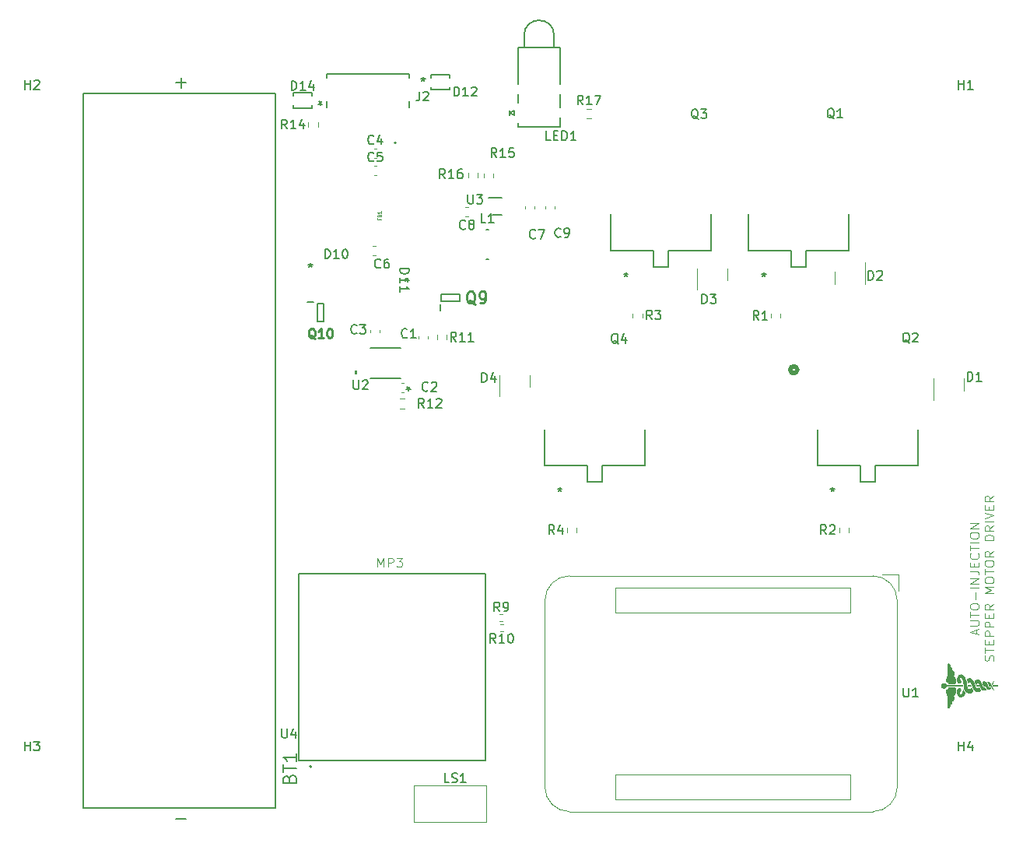
<source format=gbr>
%TF.GenerationSoftware,KiCad,Pcbnew,8.0.0*%
%TF.CreationDate,2025-02-07T12:08:42-03:30*%
%TF.ProjectId,H_Bridges,485f4272-6964-4676-9573-2e6b69636164,rev?*%
%TF.SameCoordinates,Original*%
%TF.FileFunction,Legend,Top*%
%TF.FilePolarity,Positive*%
%FSLAX46Y46*%
G04 Gerber Fmt 4.6, Leading zero omitted, Abs format (unit mm)*
G04 Created by KiCad (PCBNEW 8.0.0) date 2025-02-07 12:08:42*
%MOMM*%
%LPD*%
G01*
G04 APERTURE LIST*
%ADD10C,0.100000*%
%ADD11C,0.150000*%
%ADD12C,0.254000*%
%ADD13C,0.098425*%
%ADD14C,0.250000*%
%ADD15C,0.120000*%
%ADD16C,0.152400*%
%ADD17C,0.000000*%
%ADD18C,0.200000*%
%ADD19C,0.127000*%
%ADD20C,0.508000*%
G04 APERTURE END LIST*
D10*
X188476760Y-107947618D02*
X188476760Y-107471428D01*
X188762475Y-108042856D02*
X187762475Y-107709523D01*
X187762475Y-107709523D02*
X188762475Y-107376190D01*
X187762475Y-107042856D02*
X188571998Y-107042856D01*
X188571998Y-107042856D02*
X188667236Y-106995237D01*
X188667236Y-106995237D02*
X188714856Y-106947618D01*
X188714856Y-106947618D02*
X188762475Y-106852380D01*
X188762475Y-106852380D02*
X188762475Y-106661904D01*
X188762475Y-106661904D02*
X188714856Y-106566666D01*
X188714856Y-106566666D02*
X188667236Y-106519047D01*
X188667236Y-106519047D02*
X188571998Y-106471428D01*
X188571998Y-106471428D02*
X187762475Y-106471428D01*
X187762475Y-106138094D02*
X187762475Y-105566666D01*
X188762475Y-105852380D02*
X187762475Y-105852380D01*
X187762475Y-105042856D02*
X187762475Y-104852380D01*
X187762475Y-104852380D02*
X187810094Y-104757142D01*
X187810094Y-104757142D02*
X187905332Y-104661904D01*
X187905332Y-104661904D02*
X188095808Y-104614285D01*
X188095808Y-104614285D02*
X188429141Y-104614285D01*
X188429141Y-104614285D02*
X188619617Y-104661904D01*
X188619617Y-104661904D02*
X188714856Y-104757142D01*
X188714856Y-104757142D02*
X188762475Y-104852380D01*
X188762475Y-104852380D02*
X188762475Y-105042856D01*
X188762475Y-105042856D02*
X188714856Y-105138094D01*
X188714856Y-105138094D02*
X188619617Y-105233332D01*
X188619617Y-105233332D02*
X188429141Y-105280951D01*
X188429141Y-105280951D02*
X188095808Y-105280951D01*
X188095808Y-105280951D02*
X187905332Y-105233332D01*
X187905332Y-105233332D02*
X187810094Y-105138094D01*
X187810094Y-105138094D02*
X187762475Y-105042856D01*
X188381522Y-104185713D02*
X188381522Y-103423809D01*
X188762475Y-102947618D02*
X187762475Y-102947618D01*
X188762475Y-102471428D02*
X187762475Y-102471428D01*
X187762475Y-102471428D02*
X188762475Y-101900000D01*
X188762475Y-101900000D02*
X187762475Y-101900000D01*
X187762475Y-101138095D02*
X188476760Y-101138095D01*
X188476760Y-101138095D02*
X188619617Y-101185714D01*
X188619617Y-101185714D02*
X188714856Y-101280952D01*
X188714856Y-101280952D02*
X188762475Y-101423809D01*
X188762475Y-101423809D02*
X188762475Y-101519047D01*
X188238665Y-100661904D02*
X188238665Y-100328571D01*
X188762475Y-100185714D02*
X188762475Y-100661904D01*
X188762475Y-100661904D02*
X187762475Y-100661904D01*
X187762475Y-100661904D02*
X187762475Y-100185714D01*
X188667236Y-99185714D02*
X188714856Y-99233333D01*
X188714856Y-99233333D02*
X188762475Y-99376190D01*
X188762475Y-99376190D02*
X188762475Y-99471428D01*
X188762475Y-99471428D02*
X188714856Y-99614285D01*
X188714856Y-99614285D02*
X188619617Y-99709523D01*
X188619617Y-99709523D02*
X188524379Y-99757142D01*
X188524379Y-99757142D02*
X188333903Y-99804761D01*
X188333903Y-99804761D02*
X188191046Y-99804761D01*
X188191046Y-99804761D02*
X188000570Y-99757142D01*
X188000570Y-99757142D02*
X187905332Y-99709523D01*
X187905332Y-99709523D02*
X187810094Y-99614285D01*
X187810094Y-99614285D02*
X187762475Y-99471428D01*
X187762475Y-99471428D02*
X187762475Y-99376190D01*
X187762475Y-99376190D02*
X187810094Y-99233333D01*
X187810094Y-99233333D02*
X187857713Y-99185714D01*
X187762475Y-98899999D02*
X187762475Y-98328571D01*
X188762475Y-98614285D02*
X187762475Y-98614285D01*
X188762475Y-97995237D02*
X187762475Y-97995237D01*
X187762475Y-97328571D02*
X187762475Y-97138095D01*
X187762475Y-97138095D02*
X187810094Y-97042857D01*
X187810094Y-97042857D02*
X187905332Y-96947619D01*
X187905332Y-96947619D02*
X188095808Y-96900000D01*
X188095808Y-96900000D02*
X188429141Y-96900000D01*
X188429141Y-96900000D02*
X188619617Y-96947619D01*
X188619617Y-96947619D02*
X188714856Y-97042857D01*
X188714856Y-97042857D02*
X188762475Y-97138095D01*
X188762475Y-97138095D02*
X188762475Y-97328571D01*
X188762475Y-97328571D02*
X188714856Y-97423809D01*
X188714856Y-97423809D02*
X188619617Y-97519047D01*
X188619617Y-97519047D02*
X188429141Y-97566666D01*
X188429141Y-97566666D02*
X188095808Y-97566666D01*
X188095808Y-97566666D02*
X187905332Y-97519047D01*
X187905332Y-97519047D02*
X187810094Y-97423809D01*
X187810094Y-97423809D02*
X187762475Y-97328571D01*
X188762475Y-96471428D02*
X187762475Y-96471428D01*
X187762475Y-96471428D02*
X188762475Y-95900000D01*
X188762475Y-95900000D02*
X187762475Y-95900000D01*
X190324800Y-110852380D02*
X190372419Y-110709523D01*
X190372419Y-110709523D02*
X190372419Y-110471428D01*
X190372419Y-110471428D02*
X190324800Y-110376190D01*
X190324800Y-110376190D02*
X190277180Y-110328571D01*
X190277180Y-110328571D02*
X190181942Y-110280952D01*
X190181942Y-110280952D02*
X190086704Y-110280952D01*
X190086704Y-110280952D02*
X189991466Y-110328571D01*
X189991466Y-110328571D02*
X189943847Y-110376190D01*
X189943847Y-110376190D02*
X189896228Y-110471428D01*
X189896228Y-110471428D02*
X189848609Y-110661904D01*
X189848609Y-110661904D02*
X189800990Y-110757142D01*
X189800990Y-110757142D02*
X189753371Y-110804761D01*
X189753371Y-110804761D02*
X189658133Y-110852380D01*
X189658133Y-110852380D02*
X189562895Y-110852380D01*
X189562895Y-110852380D02*
X189467657Y-110804761D01*
X189467657Y-110804761D02*
X189420038Y-110757142D01*
X189420038Y-110757142D02*
X189372419Y-110661904D01*
X189372419Y-110661904D02*
X189372419Y-110423809D01*
X189372419Y-110423809D02*
X189420038Y-110280952D01*
X189372419Y-109995237D02*
X189372419Y-109423809D01*
X190372419Y-109709523D02*
X189372419Y-109709523D01*
X189848609Y-109090475D02*
X189848609Y-108757142D01*
X190372419Y-108614285D02*
X190372419Y-109090475D01*
X190372419Y-109090475D02*
X189372419Y-109090475D01*
X189372419Y-109090475D02*
X189372419Y-108614285D01*
X190372419Y-108185713D02*
X189372419Y-108185713D01*
X189372419Y-108185713D02*
X189372419Y-107804761D01*
X189372419Y-107804761D02*
X189420038Y-107709523D01*
X189420038Y-107709523D02*
X189467657Y-107661904D01*
X189467657Y-107661904D02*
X189562895Y-107614285D01*
X189562895Y-107614285D02*
X189705752Y-107614285D01*
X189705752Y-107614285D02*
X189800990Y-107661904D01*
X189800990Y-107661904D02*
X189848609Y-107709523D01*
X189848609Y-107709523D02*
X189896228Y-107804761D01*
X189896228Y-107804761D02*
X189896228Y-108185713D01*
X190372419Y-107185713D02*
X189372419Y-107185713D01*
X189372419Y-107185713D02*
X189372419Y-106804761D01*
X189372419Y-106804761D02*
X189420038Y-106709523D01*
X189420038Y-106709523D02*
X189467657Y-106661904D01*
X189467657Y-106661904D02*
X189562895Y-106614285D01*
X189562895Y-106614285D02*
X189705752Y-106614285D01*
X189705752Y-106614285D02*
X189800990Y-106661904D01*
X189800990Y-106661904D02*
X189848609Y-106709523D01*
X189848609Y-106709523D02*
X189896228Y-106804761D01*
X189896228Y-106804761D02*
X189896228Y-107185713D01*
X189848609Y-106185713D02*
X189848609Y-105852380D01*
X190372419Y-105709523D02*
X190372419Y-106185713D01*
X190372419Y-106185713D02*
X189372419Y-106185713D01*
X189372419Y-106185713D02*
X189372419Y-105709523D01*
X190372419Y-104709523D02*
X189896228Y-105042856D01*
X190372419Y-105280951D02*
X189372419Y-105280951D01*
X189372419Y-105280951D02*
X189372419Y-104899999D01*
X189372419Y-104899999D02*
X189420038Y-104804761D01*
X189420038Y-104804761D02*
X189467657Y-104757142D01*
X189467657Y-104757142D02*
X189562895Y-104709523D01*
X189562895Y-104709523D02*
X189705752Y-104709523D01*
X189705752Y-104709523D02*
X189800990Y-104757142D01*
X189800990Y-104757142D02*
X189848609Y-104804761D01*
X189848609Y-104804761D02*
X189896228Y-104899999D01*
X189896228Y-104899999D02*
X189896228Y-105280951D01*
X190372419Y-103519046D02*
X189372419Y-103519046D01*
X189372419Y-103519046D02*
X190086704Y-103185713D01*
X190086704Y-103185713D02*
X189372419Y-102852380D01*
X189372419Y-102852380D02*
X190372419Y-102852380D01*
X189372419Y-102185713D02*
X189372419Y-101995237D01*
X189372419Y-101995237D02*
X189420038Y-101899999D01*
X189420038Y-101899999D02*
X189515276Y-101804761D01*
X189515276Y-101804761D02*
X189705752Y-101757142D01*
X189705752Y-101757142D02*
X190039085Y-101757142D01*
X190039085Y-101757142D02*
X190229561Y-101804761D01*
X190229561Y-101804761D02*
X190324800Y-101899999D01*
X190324800Y-101899999D02*
X190372419Y-101995237D01*
X190372419Y-101995237D02*
X190372419Y-102185713D01*
X190372419Y-102185713D02*
X190324800Y-102280951D01*
X190324800Y-102280951D02*
X190229561Y-102376189D01*
X190229561Y-102376189D02*
X190039085Y-102423808D01*
X190039085Y-102423808D02*
X189705752Y-102423808D01*
X189705752Y-102423808D02*
X189515276Y-102376189D01*
X189515276Y-102376189D02*
X189420038Y-102280951D01*
X189420038Y-102280951D02*
X189372419Y-102185713D01*
X189372419Y-101471427D02*
X189372419Y-100899999D01*
X190372419Y-101185713D02*
X189372419Y-101185713D01*
X189372419Y-100376189D02*
X189372419Y-100185713D01*
X189372419Y-100185713D02*
X189420038Y-100090475D01*
X189420038Y-100090475D02*
X189515276Y-99995237D01*
X189515276Y-99995237D02*
X189705752Y-99947618D01*
X189705752Y-99947618D02*
X190039085Y-99947618D01*
X190039085Y-99947618D02*
X190229561Y-99995237D01*
X190229561Y-99995237D02*
X190324800Y-100090475D01*
X190324800Y-100090475D02*
X190372419Y-100185713D01*
X190372419Y-100185713D02*
X190372419Y-100376189D01*
X190372419Y-100376189D02*
X190324800Y-100471427D01*
X190324800Y-100471427D02*
X190229561Y-100566665D01*
X190229561Y-100566665D02*
X190039085Y-100614284D01*
X190039085Y-100614284D02*
X189705752Y-100614284D01*
X189705752Y-100614284D02*
X189515276Y-100566665D01*
X189515276Y-100566665D02*
X189420038Y-100471427D01*
X189420038Y-100471427D02*
X189372419Y-100376189D01*
X190372419Y-98947618D02*
X189896228Y-99280951D01*
X190372419Y-99519046D02*
X189372419Y-99519046D01*
X189372419Y-99519046D02*
X189372419Y-99138094D01*
X189372419Y-99138094D02*
X189420038Y-99042856D01*
X189420038Y-99042856D02*
X189467657Y-98995237D01*
X189467657Y-98995237D02*
X189562895Y-98947618D01*
X189562895Y-98947618D02*
X189705752Y-98947618D01*
X189705752Y-98947618D02*
X189800990Y-98995237D01*
X189800990Y-98995237D02*
X189848609Y-99042856D01*
X189848609Y-99042856D02*
X189896228Y-99138094D01*
X189896228Y-99138094D02*
X189896228Y-99519046D01*
X190372419Y-97757141D02*
X189372419Y-97757141D01*
X189372419Y-97757141D02*
X189372419Y-97519046D01*
X189372419Y-97519046D02*
X189420038Y-97376189D01*
X189420038Y-97376189D02*
X189515276Y-97280951D01*
X189515276Y-97280951D02*
X189610514Y-97233332D01*
X189610514Y-97233332D02*
X189800990Y-97185713D01*
X189800990Y-97185713D02*
X189943847Y-97185713D01*
X189943847Y-97185713D02*
X190134323Y-97233332D01*
X190134323Y-97233332D02*
X190229561Y-97280951D01*
X190229561Y-97280951D02*
X190324800Y-97376189D01*
X190324800Y-97376189D02*
X190372419Y-97519046D01*
X190372419Y-97519046D02*
X190372419Y-97757141D01*
X190372419Y-96185713D02*
X189896228Y-96519046D01*
X190372419Y-96757141D02*
X189372419Y-96757141D01*
X189372419Y-96757141D02*
X189372419Y-96376189D01*
X189372419Y-96376189D02*
X189420038Y-96280951D01*
X189420038Y-96280951D02*
X189467657Y-96233332D01*
X189467657Y-96233332D02*
X189562895Y-96185713D01*
X189562895Y-96185713D02*
X189705752Y-96185713D01*
X189705752Y-96185713D02*
X189800990Y-96233332D01*
X189800990Y-96233332D02*
X189848609Y-96280951D01*
X189848609Y-96280951D02*
X189896228Y-96376189D01*
X189896228Y-96376189D02*
X189896228Y-96757141D01*
X190372419Y-95757141D02*
X189372419Y-95757141D01*
X189372419Y-95423808D02*
X190372419Y-95090475D01*
X190372419Y-95090475D02*
X189372419Y-94757142D01*
X189848609Y-94423808D02*
X189848609Y-94090475D01*
X190372419Y-93947618D02*
X190372419Y-94423808D01*
X190372419Y-94423808D02*
X189372419Y-94423808D01*
X189372419Y-94423808D02*
X189372419Y-93947618D01*
X190372419Y-92947618D02*
X189896228Y-93280951D01*
X190372419Y-93519046D02*
X189372419Y-93519046D01*
X189372419Y-93519046D02*
X189372419Y-93138094D01*
X189372419Y-93138094D02*
X189420038Y-93042856D01*
X189420038Y-93042856D02*
X189467657Y-92995237D01*
X189467657Y-92995237D02*
X189562895Y-92947618D01*
X189562895Y-92947618D02*
X189705752Y-92947618D01*
X189705752Y-92947618D02*
X189800990Y-92995237D01*
X189800990Y-92995237D02*
X189848609Y-93042856D01*
X189848609Y-93042856D02*
X189896228Y-93138094D01*
X189896228Y-93138094D02*
X189896228Y-93519046D01*
X123303884Y-100672419D02*
X123303884Y-99672419D01*
X123303884Y-99672419D02*
X123637217Y-100386704D01*
X123637217Y-100386704D02*
X123970550Y-99672419D01*
X123970550Y-99672419D02*
X123970550Y-100672419D01*
X124446741Y-100672419D02*
X124446741Y-99672419D01*
X124446741Y-99672419D02*
X124827693Y-99672419D01*
X124827693Y-99672419D02*
X124922931Y-99720038D01*
X124922931Y-99720038D02*
X124970550Y-99767657D01*
X124970550Y-99767657D02*
X125018169Y-99862895D01*
X125018169Y-99862895D02*
X125018169Y-100005752D01*
X125018169Y-100005752D02*
X124970550Y-100100990D01*
X124970550Y-100100990D02*
X124922931Y-100148609D01*
X124922931Y-100148609D02*
X124827693Y-100196228D01*
X124827693Y-100196228D02*
X124446741Y-100196228D01*
X125351503Y-99672419D02*
X125970550Y-99672419D01*
X125970550Y-99672419D02*
X125637217Y-100053371D01*
X125637217Y-100053371D02*
X125780074Y-100053371D01*
X125780074Y-100053371D02*
X125875312Y-100100990D01*
X125875312Y-100100990D02*
X125922931Y-100148609D01*
X125922931Y-100148609D02*
X125970550Y-100243847D01*
X125970550Y-100243847D02*
X125970550Y-100481942D01*
X125970550Y-100481942D02*
X125922931Y-100577180D01*
X125922931Y-100577180D02*
X125875312Y-100624800D01*
X125875312Y-100624800D02*
X125780074Y-100672419D01*
X125780074Y-100672419D02*
X125494360Y-100672419D01*
X125494360Y-100672419D02*
X125399122Y-100624800D01*
X125399122Y-100624800D02*
X125351503Y-100577180D01*
D11*
X164783333Y-73795569D02*
X164450000Y-73319378D01*
X164211905Y-73795569D02*
X164211905Y-72795569D01*
X164211905Y-72795569D02*
X164592857Y-72795569D01*
X164592857Y-72795569D02*
X164688095Y-72843188D01*
X164688095Y-72843188D02*
X164735714Y-72890807D01*
X164735714Y-72890807D02*
X164783333Y-72986045D01*
X164783333Y-72986045D02*
X164783333Y-73128902D01*
X164783333Y-73128902D02*
X164735714Y-73224140D01*
X164735714Y-73224140D02*
X164688095Y-73271759D01*
X164688095Y-73271759D02*
X164592857Y-73319378D01*
X164592857Y-73319378D02*
X164211905Y-73319378D01*
X165735714Y-73795569D02*
X165164286Y-73795569D01*
X165450000Y-73795569D02*
X165450000Y-72795569D01*
X165450000Y-72795569D02*
X165354762Y-72938426D01*
X165354762Y-72938426D02*
X165259524Y-73033664D01*
X165259524Y-73033664D02*
X165164286Y-73081283D01*
X158204761Y-51950057D02*
X158109523Y-51902438D01*
X158109523Y-51902438D02*
X158014285Y-51807200D01*
X158014285Y-51807200D02*
X157871428Y-51664342D01*
X157871428Y-51664342D02*
X157776190Y-51616723D01*
X157776190Y-51616723D02*
X157680952Y-51616723D01*
X157728571Y-51854819D02*
X157633333Y-51807200D01*
X157633333Y-51807200D02*
X157538095Y-51711961D01*
X157538095Y-51711961D02*
X157490476Y-51521485D01*
X157490476Y-51521485D02*
X157490476Y-51188152D01*
X157490476Y-51188152D02*
X157538095Y-50997676D01*
X157538095Y-50997676D02*
X157633333Y-50902438D01*
X157633333Y-50902438D02*
X157728571Y-50854819D01*
X157728571Y-50854819D02*
X157919047Y-50854819D01*
X157919047Y-50854819D02*
X158014285Y-50902438D01*
X158014285Y-50902438D02*
X158109523Y-50997676D01*
X158109523Y-50997676D02*
X158157142Y-51188152D01*
X158157142Y-51188152D02*
X158157142Y-51521485D01*
X158157142Y-51521485D02*
X158109523Y-51711961D01*
X158109523Y-51711961D02*
X158014285Y-51807200D01*
X158014285Y-51807200D02*
X157919047Y-51854819D01*
X157919047Y-51854819D02*
X157728571Y-51854819D01*
X158490476Y-50854819D02*
X159109523Y-50854819D01*
X159109523Y-50854819D02*
X158776190Y-51235771D01*
X158776190Y-51235771D02*
X158919047Y-51235771D01*
X158919047Y-51235771D02*
X159014285Y-51283390D01*
X159014285Y-51283390D02*
X159061904Y-51331009D01*
X159061904Y-51331009D02*
X159109523Y-51426247D01*
X159109523Y-51426247D02*
X159109523Y-51664342D01*
X159109523Y-51664342D02*
X159061904Y-51759580D01*
X159061904Y-51759580D02*
X159014285Y-51807200D01*
X159014285Y-51807200D02*
X158919047Y-51854819D01*
X158919047Y-51854819D02*
X158633333Y-51854819D01*
X158633333Y-51854819D02*
X158538095Y-51807200D01*
X158538095Y-51807200D02*
X158490476Y-51759580D01*
X150330750Y-68631869D02*
X150330750Y-68869964D01*
X150092655Y-68774726D02*
X150330750Y-68869964D01*
X150330750Y-68869964D02*
X150568845Y-68774726D01*
X150187893Y-69060440D02*
X150330750Y-68869964D01*
X150330750Y-68869964D02*
X150473607Y-69060440D01*
X150330750Y-68631869D02*
X150330750Y-68869964D01*
X150092655Y-68774726D02*
X150330750Y-68869964D01*
X150330750Y-68869964D02*
X150568845Y-68774726D01*
X150187893Y-69060440D02*
X150330750Y-68869964D01*
X150330750Y-68869964D02*
X150473607Y-69060440D01*
X120688095Y-80354819D02*
X120688095Y-81164342D01*
X120688095Y-81164342D02*
X120735714Y-81259580D01*
X120735714Y-81259580D02*
X120783333Y-81307200D01*
X120783333Y-81307200D02*
X120878571Y-81354819D01*
X120878571Y-81354819D02*
X121069047Y-81354819D01*
X121069047Y-81354819D02*
X121164285Y-81307200D01*
X121164285Y-81307200D02*
X121211904Y-81259580D01*
X121211904Y-81259580D02*
X121259523Y-81164342D01*
X121259523Y-81164342D02*
X121259523Y-80354819D01*
X121688095Y-80450057D02*
X121735714Y-80402438D01*
X121735714Y-80402438D02*
X121830952Y-80354819D01*
X121830952Y-80354819D02*
X122069047Y-80354819D01*
X122069047Y-80354819D02*
X122164285Y-80402438D01*
X122164285Y-80402438D02*
X122211904Y-80450057D01*
X122211904Y-80450057D02*
X122259523Y-80545295D01*
X122259523Y-80545295D02*
X122259523Y-80640533D01*
X122259523Y-80640533D02*
X122211904Y-80783390D01*
X122211904Y-80783390D02*
X121640476Y-81354819D01*
X121640476Y-81354819D02*
X122259523Y-81354819D01*
X126646349Y-81467580D02*
X126646349Y-81229485D01*
X126884444Y-81324723D02*
X126646349Y-81229485D01*
X126646349Y-81229485D02*
X126408254Y-81324723D01*
X126789206Y-81039009D02*
X126646349Y-81229485D01*
X126646349Y-81229485D02*
X126503492Y-81039009D01*
X126646349Y-81467580D02*
X126646349Y-81229485D01*
X126884444Y-81324723D02*
X126646349Y-81229485D01*
X126646349Y-81229485D02*
X126408254Y-81324723D01*
X126789206Y-81039009D02*
X126646349Y-81229485D01*
X126646349Y-81229485D02*
X126503492Y-81039009D01*
X186538095Y-120654819D02*
X186538095Y-119654819D01*
X186538095Y-120131009D02*
X187109523Y-120131009D01*
X187109523Y-120654819D02*
X187109523Y-119654819D01*
X188014285Y-119988152D02*
X188014285Y-120654819D01*
X187776190Y-119607200D02*
X187538095Y-120321485D01*
X187538095Y-120321485D02*
X188157142Y-120321485D01*
D12*
X133929047Y-72095270D02*
X133808095Y-72034794D01*
X133808095Y-72034794D02*
X133687142Y-71913842D01*
X133687142Y-71913842D02*
X133505714Y-71732413D01*
X133505714Y-71732413D02*
X133384761Y-71671937D01*
X133384761Y-71671937D02*
X133263809Y-71671937D01*
X133324285Y-71974318D02*
X133203333Y-71913842D01*
X133203333Y-71913842D02*
X133082380Y-71792889D01*
X133082380Y-71792889D02*
X133021904Y-71550984D01*
X133021904Y-71550984D02*
X133021904Y-71127651D01*
X133021904Y-71127651D02*
X133082380Y-70885746D01*
X133082380Y-70885746D02*
X133203333Y-70764794D01*
X133203333Y-70764794D02*
X133324285Y-70704318D01*
X133324285Y-70704318D02*
X133566190Y-70704318D01*
X133566190Y-70704318D02*
X133687142Y-70764794D01*
X133687142Y-70764794D02*
X133808095Y-70885746D01*
X133808095Y-70885746D02*
X133868571Y-71127651D01*
X133868571Y-71127651D02*
X133868571Y-71550984D01*
X133868571Y-71550984D02*
X133808095Y-71792889D01*
X133808095Y-71792889D02*
X133687142Y-71913842D01*
X133687142Y-71913842D02*
X133566190Y-71974318D01*
X133566190Y-71974318D02*
X133324285Y-71974318D01*
X134473333Y-71974318D02*
X134715237Y-71974318D01*
X134715237Y-71974318D02*
X134836190Y-71913842D01*
X134836190Y-71913842D02*
X134896666Y-71853365D01*
X134896666Y-71853365D02*
X135017618Y-71671937D01*
X135017618Y-71671937D02*
X135078095Y-71430032D01*
X135078095Y-71430032D02*
X135078095Y-70946222D01*
X135078095Y-70946222D02*
X135017618Y-70825270D01*
X135017618Y-70825270D02*
X134957142Y-70764794D01*
X134957142Y-70764794D02*
X134836190Y-70704318D01*
X134836190Y-70704318D02*
X134594285Y-70704318D01*
X134594285Y-70704318D02*
X134473333Y-70764794D01*
X134473333Y-70764794D02*
X134412856Y-70825270D01*
X134412856Y-70825270D02*
X134352380Y-70946222D01*
X134352380Y-70946222D02*
X134352380Y-71248603D01*
X134352380Y-71248603D02*
X134412856Y-71369556D01*
X134412856Y-71369556D02*
X134473333Y-71430032D01*
X134473333Y-71430032D02*
X134594285Y-71490508D01*
X134594285Y-71490508D02*
X134836190Y-71490508D01*
X134836190Y-71490508D02*
X134957142Y-71430032D01*
X134957142Y-71430032D02*
X135017618Y-71369556D01*
X135017618Y-71369556D02*
X135078095Y-71248603D01*
D11*
X186538095Y-48704819D02*
X186538095Y-47704819D01*
X186538095Y-48181009D02*
X187109523Y-48181009D01*
X187109523Y-48704819D02*
X187109523Y-47704819D01*
X188109523Y-48704819D02*
X187538095Y-48704819D01*
X187823809Y-48704819D02*
X187823809Y-47704819D01*
X187823809Y-47704819D02*
X187728571Y-47847676D01*
X187728571Y-47847676D02*
X187633333Y-47942914D01*
X187633333Y-47942914D02*
X187538095Y-47990533D01*
X142533333Y-97104819D02*
X142200000Y-96628628D01*
X141961905Y-97104819D02*
X141961905Y-96104819D01*
X141961905Y-96104819D02*
X142342857Y-96104819D01*
X142342857Y-96104819D02*
X142438095Y-96152438D01*
X142438095Y-96152438D02*
X142485714Y-96200057D01*
X142485714Y-96200057D02*
X142533333Y-96295295D01*
X142533333Y-96295295D02*
X142533333Y-96438152D01*
X142533333Y-96438152D02*
X142485714Y-96533390D01*
X142485714Y-96533390D02*
X142438095Y-96581009D01*
X142438095Y-96581009D02*
X142342857Y-96628628D01*
X142342857Y-96628628D02*
X141961905Y-96628628D01*
X143390476Y-96438152D02*
X143390476Y-97104819D01*
X143152381Y-96057200D02*
X142914286Y-96771485D01*
X142914286Y-96771485D02*
X143533333Y-96771485D01*
X172133333Y-97104819D02*
X171800000Y-96628628D01*
X171561905Y-97104819D02*
X171561905Y-96104819D01*
X171561905Y-96104819D02*
X171942857Y-96104819D01*
X171942857Y-96104819D02*
X172038095Y-96152438D01*
X172038095Y-96152438D02*
X172085714Y-96200057D01*
X172085714Y-96200057D02*
X172133333Y-96295295D01*
X172133333Y-96295295D02*
X172133333Y-96438152D01*
X172133333Y-96438152D02*
X172085714Y-96533390D01*
X172085714Y-96533390D02*
X172038095Y-96581009D01*
X172038095Y-96581009D02*
X171942857Y-96628628D01*
X171942857Y-96628628D02*
X171561905Y-96628628D01*
X172514286Y-96200057D02*
X172561905Y-96152438D01*
X172561905Y-96152438D02*
X172657143Y-96104819D01*
X172657143Y-96104819D02*
X172895238Y-96104819D01*
X172895238Y-96104819D02*
X172990476Y-96152438D01*
X172990476Y-96152438D02*
X173038095Y-96200057D01*
X173038095Y-96200057D02*
X173085714Y-96295295D01*
X173085714Y-96295295D02*
X173085714Y-96390533D01*
X173085714Y-96390533D02*
X173038095Y-96533390D01*
X173038095Y-96533390D02*
X172466667Y-97104819D01*
X172466667Y-97104819D02*
X173085714Y-97104819D01*
X113457142Y-53004819D02*
X113123809Y-52528628D01*
X112885714Y-53004819D02*
X112885714Y-52004819D01*
X112885714Y-52004819D02*
X113266666Y-52004819D01*
X113266666Y-52004819D02*
X113361904Y-52052438D01*
X113361904Y-52052438D02*
X113409523Y-52100057D01*
X113409523Y-52100057D02*
X113457142Y-52195295D01*
X113457142Y-52195295D02*
X113457142Y-52338152D01*
X113457142Y-52338152D02*
X113409523Y-52433390D01*
X113409523Y-52433390D02*
X113361904Y-52481009D01*
X113361904Y-52481009D02*
X113266666Y-52528628D01*
X113266666Y-52528628D02*
X112885714Y-52528628D01*
X114409523Y-53004819D02*
X113838095Y-53004819D01*
X114123809Y-53004819D02*
X114123809Y-52004819D01*
X114123809Y-52004819D02*
X114028571Y-52147676D01*
X114028571Y-52147676D02*
X113933333Y-52242914D01*
X113933333Y-52242914D02*
X113838095Y-52290533D01*
X115266666Y-52338152D02*
X115266666Y-53004819D01*
X115028571Y-51957200D02*
X114790476Y-52671485D01*
X114790476Y-52671485D02*
X115409523Y-52671485D01*
X117585714Y-67104819D02*
X117585714Y-66104819D01*
X117585714Y-66104819D02*
X117823809Y-66104819D01*
X117823809Y-66104819D02*
X117966666Y-66152438D01*
X117966666Y-66152438D02*
X118061904Y-66247676D01*
X118061904Y-66247676D02*
X118109523Y-66342914D01*
X118109523Y-66342914D02*
X118157142Y-66533390D01*
X118157142Y-66533390D02*
X118157142Y-66676247D01*
X118157142Y-66676247D02*
X118109523Y-66866723D01*
X118109523Y-66866723D02*
X118061904Y-66961961D01*
X118061904Y-66961961D02*
X117966666Y-67057200D01*
X117966666Y-67057200D02*
X117823809Y-67104819D01*
X117823809Y-67104819D02*
X117585714Y-67104819D01*
X119109523Y-67104819D02*
X118538095Y-67104819D01*
X118823809Y-67104819D02*
X118823809Y-66104819D01*
X118823809Y-66104819D02*
X118728571Y-66247676D01*
X118728571Y-66247676D02*
X118633333Y-66342914D01*
X118633333Y-66342914D02*
X118538095Y-66390533D01*
X119728571Y-66104819D02*
X119823809Y-66104819D01*
X119823809Y-66104819D02*
X119919047Y-66152438D01*
X119919047Y-66152438D02*
X119966666Y-66200057D01*
X119966666Y-66200057D02*
X120014285Y-66295295D01*
X120014285Y-66295295D02*
X120061904Y-66485771D01*
X120061904Y-66485771D02*
X120061904Y-66723866D01*
X120061904Y-66723866D02*
X120014285Y-66914342D01*
X120014285Y-66914342D02*
X119966666Y-67009580D01*
X119966666Y-67009580D02*
X119919047Y-67057200D01*
X119919047Y-67057200D02*
X119823809Y-67104819D01*
X119823809Y-67104819D02*
X119728571Y-67104819D01*
X119728571Y-67104819D02*
X119633333Y-67057200D01*
X119633333Y-67057200D02*
X119585714Y-67009580D01*
X119585714Y-67009580D02*
X119538095Y-66914342D01*
X119538095Y-66914342D02*
X119490476Y-66723866D01*
X119490476Y-66723866D02*
X119490476Y-66485771D01*
X119490476Y-66485771D02*
X119538095Y-66295295D01*
X119538095Y-66295295D02*
X119585714Y-66200057D01*
X119585714Y-66200057D02*
X119633333Y-66152438D01*
X119633333Y-66152438D02*
X119728571Y-66104819D01*
X115997500Y-67623019D02*
X115997500Y-67861114D01*
X115759405Y-67765876D02*
X115997500Y-67861114D01*
X115997500Y-67861114D02*
X116235595Y-67765876D01*
X115854643Y-68051590D02*
X115997500Y-67861114D01*
X115997500Y-67861114D02*
X116140357Y-68051590D01*
X115997500Y-67623019D02*
X115997500Y-67861114D01*
X115759405Y-67765876D02*
X115997500Y-67861114D01*
X115997500Y-67861114D02*
X116235595Y-67765876D01*
X115854643Y-68051590D02*
X115997500Y-67861114D01*
X115997500Y-67861114D02*
X116140357Y-68051590D01*
X181204761Y-76300057D02*
X181109523Y-76252438D01*
X181109523Y-76252438D02*
X181014285Y-76157200D01*
X181014285Y-76157200D02*
X180871428Y-76014342D01*
X180871428Y-76014342D02*
X180776190Y-75966723D01*
X180776190Y-75966723D02*
X180680952Y-75966723D01*
X180728571Y-76204819D02*
X180633333Y-76157200D01*
X180633333Y-76157200D02*
X180538095Y-76061961D01*
X180538095Y-76061961D02*
X180490476Y-75871485D01*
X180490476Y-75871485D02*
X180490476Y-75538152D01*
X180490476Y-75538152D02*
X180538095Y-75347676D01*
X180538095Y-75347676D02*
X180633333Y-75252438D01*
X180633333Y-75252438D02*
X180728571Y-75204819D01*
X180728571Y-75204819D02*
X180919047Y-75204819D01*
X180919047Y-75204819D02*
X181014285Y-75252438D01*
X181014285Y-75252438D02*
X181109523Y-75347676D01*
X181109523Y-75347676D02*
X181157142Y-75538152D01*
X181157142Y-75538152D02*
X181157142Y-75871485D01*
X181157142Y-75871485D02*
X181109523Y-76061961D01*
X181109523Y-76061961D02*
X181014285Y-76157200D01*
X181014285Y-76157200D02*
X180919047Y-76204819D01*
X180919047Y-76204819D02*
X180728571Y-76204819D01*
X181538095Y-75300057D02*
X181585714Y-75252438D01*
X181585714Y-75252438D02*
X181680952Y-75204819D01*
X181680952Y-75204819D02*
X181919047Y-75204819D01*
X181919047Y-75204819D02*
X182014285Y-75252438D01*
X182014285Y-75252438D02*
X182061904Y-75300057D01*
X182061904Y-75300057D02*
X182109523Y-75395295D01*
X182109523Y-75395295D02*
X182109523Y-75490533D01*
X182109523Y-75490533D02*
X182061904Y-75633390D01*
X182061904Y-75633390D02*
X181490476Y-76204819D01*
X181490476Y-76204819D02*
X182109523Y-76204819D01*
X172830750Y-92021769D02*
X172830750Y-92259864D01*
X172592655Y-92164626D02*
X172830750Y-92259864D01*
X172830750Y-92259864D02*
X173068845Y-92164626D01*
X172687893Y-92450340D02*
X172830750Y-92259864D01*
X172830750Y-92259864D02*
X172973607Y-92450340D01*
X172830750Y-92021769D02*
X172830750Y-92259864D01*
X172592655Y-92164626D02*
X172830750Y-92259864D01*
X172830750Y-92259864D02*
X173068845Y-92164626D01*
X172687893Y-92450340D02*
X172830750Y-92259864D01*
X172830750Y-92259864D02*
X172973607Y-92450340D01*
X136157142Y-108924819D02*
X135823809Y-108448628D01*
X135585714Y-108924819D02*
X135585714Y-107924819D01*
X135585714Y-107924819D02*
X135966666Y-107924819D01*
X135966666Y-107924819D02*
X136061904Y-107972438D01*
X136061904Y-107972438D02*
X136109523Y-108020057D01*
X136109523Y-108020057D02*
X136157142Y-108115295D01*
X136157142Y-108115295D02*
X136157142Y-108258152D01*
X136157142Y-108258152D02*
X136109523Y-108353390D01*
X136109523Y-108353390D02*
X136061904Y-108401009D01*
X136061904Y-108401009D02*
X135966666Y-108448628D01*
X135966666Y-108448628D02*
X135585714Y-108448628D01*
X137109523Y-108924819D02*
X136538095Y-108924819D01*
X136823809Y-108924819D02*
X136823809Y-107924819D01*
X136823809Y-107924819D02*
X136728571Y-108067676D01*
X136728571Y-108067676D02*
X136633333Y-108162914D01*
X136633333Y-108162914D02*
X136538095Y-108210533D01*
X137728571Y-107924819D02*
X137823809Y-107924819D01*
X137823809Y-107924819D02*
X137919047Y-107972438D01*
X137919047Y-107972438D02*
X137966666Y-108020057D01*
X137966666Y-108020057D02*
X138014285Y-108115295D01*
X138014285Y-108115295D02*
X138061904Y-108305771D01*
X138061904Y-108305771D02*
X138061904Y-108543866D01*
X138061904Y-108543866D02*
X138014285Y-108734342D01*
X138014285Y-108734342D02*
X137966666Y-108829580D01*
X137966666Y-108829580D02*
X137919047Y-108877200D01*
X137919047Y-108877200D02*
X137823809Y-108924819D01*
X137823809Y-108924819D02*
X137728571Y-108924819D01*
X137728571Y-108924819D02*
X137633333Y-108877200D01*
X137633333Y-108877200D02*
X137585714Y-108829580D01*
X137585714Y-108829580D02*
X137538095Y-108734342D01*
X137538095Y-108734342D02*
X137490476Y-108543866D01*
X137490476Y-108543866D02*
X137490476Y-108305771D01*
X137490476Y-108305771D02*
X137538095Y-108115295D01*
X137538095Y-108115295D02*
X137585714Y-108020057D01*
X137585714Y-108020057D02*
X137633333Y-107972438D01*
X137633333Y-107972438D02*
X137728571Y-107924819D01*
X84938095Y-120654819D02*
X84938095Y-119654819D01*
X84938095Y-120131009D02*
X85509523Y-120131009D01*
X85509523Y-120654819D02*
X85509523Y-119654819D01*
X85890476Y-119654819D02*
X86509523Y-119654819D01*
X86509523Y-119654819D02*
X86176190Y-120035771D01*
X86176190Y-120035771D02*
X86319047Y-120035771D01*
X86319047Y-120035771D02*
X86414285Y-120083390D01*
X86414285Y-120083390D02*
X86461904Y-120131009D01*
X86461904Y-120131009D02*
X86509523Y-120226247D01*
X86509523Y-120226247D02*
X86509523Y-120464342D01*
X86509523Y-120464342D02*
X86461904Y-120559580D01*
X86461904Y-120559580D02*
X86414285Y-120607200D01*
X86414285Y-120607200D02*
X86319047Y-120654819D01*
X86319047Y-120654819D02*
X86033333Y-120654819D01*
X86033333Y-120654819D02*
X85938095Y-120607200D01*
X85938095Y-120607200D02*
X85890476Y-120559580D01*
X128783333Y-81459580D02*
X128735714Y-81507200D01*
X128735714Y-81507200D02*
X128592857Y-81554819D01*
X128592857Y-81554819D02*
X128497619Y-81554819D01*
X128497619Y-81554819D02*
X128354762Y-81507200D01*
X128354762Y-81507200D02*
X128259524Y-81411961D01*
X128259524Y-81411961D02*
X128211905Y-81316723D01*
X128211905Y-81316723D02*
X128164286Y-81126247D01*
X128164286Y-81126247D02*
X128164286Y-80983390D01*
X128164286Y-80983390D02*
X128211905Y-80792914D01*
X128211905Y-80792914D02*
X128259524Y-80697676D01*
X128259524Y-80697676D02*
X128354762Y-80602438D01*
X128354762Y-80602438D02*
X128497619Y-80554819D01*
X128497619Y-80554819D02*
X128592857Y-80554819D01*
X128592857Y-80554819D02*
X128735714Y-80602438D01*
X128735714Y-80602438D02*
X128783333Y-80650057D01*
X129164286Y-80650057D02*
X129211905Y-80602438D01*
X129211905Y-80602438D02*
X129307143Y-80554819D01*
X129307143Y-80554819D02*
X129545238Y-80554819D01*
X129545238Y-80554819D02*
X129640476Y-80602438D01*
X129640476Y-80602438D02*
X129688095Y-80650057D01*
X129688095Y-80650057D02*
X129735714Y-80745295D01*
X129735714Y-80745295D02*
X129735714Y-80840533D01*
X129735714Y-80840533D02*
X129688095Y-80983390D01*
X129688095Y-80983390D02*
X129116667Y-81554819D01*
X129116667Y-81554819D02*
X129735714Y-81554819D01*
X113706533Y-123700000D02*
X113773200Y-123500000D01*
X113773200Y-123500000D02*
X113839866Y-123433333D01*
X113839866Y-123433333D02*
X113973200Y-123366666D01*
X113973200Y-123366666D02*
X114173200Y-123366666D01*
X114173200Y-123366666D02*
X114306533Y-123433333D01*
X114306533Y-123433333D02*
X114373200Y-123500000D01*
X114373200Y-123500000D02*
X114439866Y-123633333D01*
X114439866Y-123633333D02*
X114439866Y-124166666D01*
X114439866Y-124166666D02*
X113039866Y-124166666D01*
X113039866Y-124166666D02*
X113039866Y-123700000D01*
X113039866Y-123700000D02*
X113106533Y-123566666D01*
X113106533Y-123566666D02*
X113173200Y-123500000D01*
X113173200Y-123500000D02*
X113306533Y-123433333D01*
X113306533Y-123433333D02*
X113439866Y-123433333D01*
X113439866Y-123433333D02*
X113573200Y-123500000D01*
X113573200Y-123500000D02*
X113639866Y-123566666D01*
X113639866Y-123566666D02*
X113706533Y-123700000D01*
X113706533Y-123700000D02*
X113706533Y-124166666D01*
X113039866Y-122966666D02*
X113039866Y-122166666D01*
X114439866Y-122566666D02*
X113039866Y-122566666D01*
X114439866Y-120966666D02*
X114439866Y-121766666D01*
X114439866Y-121366666D02*
X113039866Y-121366666D01*
X113039866Y-121366666D02*
X113239866Y-121499999D01*
X113239866Y-121499999D02*
X113373200Y-121633333D01*
X113373200Y-121633333D02*
X113439866Y-121766666D01*
X101906533Y-48528332D02*
X101906533Y-47461666D01*
X102439866Y-47994999D02*
X101373200Y-47994999D01*
X101366667Y-128106533D02*
X102433334Y-128106533D01*
X84938095Y-48704819D02*
X84938095Y-47704819D01*
X84938095Y-48181009D02*
X85509523Y-48181009D01*
X85509523Y-48704819D02*
X85509523Y-47704819D01*
X85938095Y-47800057D02*
X85985714Y-47752438D01*
X85985714Y-47752438D02*
X86080952Y-47704819D01*
X86080952Y-47704819D02*
X86319047Y-47704819D01*
X86319047Y-47704819D02*
X86414285Y-47752438D01*
X86414285Y-47752438D02*
X86461904Y-47800057D01*
X86461904Y-47800057D02*
X86509523Y-47895295D01*
X86509523Y-47895295D02*
X86509523Y-47990533D01*
X86509523Y-47990533D02*
X86461904Y-48133390D01*
X86461904Y-48133390D02*
X85890476Y-48704819D01*
X85890476Y-48704819D02*
X86509523Y-48704819D01*
X122883333Y-56459580D02*
X122835714Y-56507200D01*
X122835714Y-56507200D02*
X122692857Y-56554819D01*
X122692857Y-56554819D02*
X122597619Y-56554819D01*
X122597619Y-56554819D02*
X122454762Y-56507200D01*
X122454762Y-56507200D02*
X122359524Y-56411961D01*
X122359524Y-56411961D02*
X122311905Y-56316723D01*
X122311905Y-56316723D02*
X122264286Y-56126247D01*
X122264286Y-56126247D02*
X122264286Y-55983390D01*
X122264286Y-55983390D02*
X122311905Y-55792914D01*
X122311905Y-55792914D02*
X122359524Y-55697676D01*
X122359524Y-55697676D02*
X122454762Y-55602438D01*
X122454762Y-55602438D02*
X122597619Y-55554819D01*
X122597619Y-55554819D02*
X122692857Y-55554819D01*
X122692857Y-55554819D02*
X122835714Y-55602438D01*
X122835714Y-55602438D02*
X122883333Y-55650057D01*
X123788095Y-55554819D02*
X123311905Y-55554819D01*
X123311905Y-55554819D02*
X123264286Y-56031009D01*
X123264286Y-56031009D02*
X123311905Y-55983390D01*
X123311905Y-55983390D02*
X123407143Y-55935771D01*
X123407143Y-55935771D02*
X123645238Y-55935771D01*
X123645238Y-55935771D02*
X123740476Y-55983390D01*
X123740476Y-55983390D02*
X123788095Y-56031009D01*
X123788095Y-56031009D02*
X123835714Y-56126247D01*
X123835714Y-56126247D02*
X123835714Y-56364342D01*
X123835714Y-56364342D02*
X123788095Y-56459580D01*
X123788095Y-56459580D02*
X123740476Y-56507200D01*
X123740476Y-56507200D02*
X123645238Y-56554819D01*
X123645238Y-56554819D02*
X123407143Y-56554819D01*
X123407143Y-56554819D02*
X123311905Y-56507200D01*
X123311905Y-56507200D02*
X123264286Y-56459580D01*
X153183333Y-73754819D02*
X152850000Y-73278628D01*
X152611905Y-73754819D02*
X152611905Y-72754819D01*
X152611905Y-72754819D02*
X152992857Y-72754819D01*
X152992857Y-72754819D02*
X153088095Y-72802438D01*
X153088095Y-72802438D02*
X153135714Y-72850057D01*
X153135714Y-72850057D02*
X153183333Y-72945295D01*
X153183333Y-72945295D02*
X153183333Y-73088152D01*
X153183333Y-73088152D02*
X153135714Y-73183390D01*
X153135714Y-73183390D02*
X153088095Y-73231009D01*
X153088095Y-73231009D02*
X152992857Y-73278628D01*
X152992857Y-73278628D02*
X152611905Y-73278628D01*
X153516667Y-72754819D02*
X154135714Y-72754819D01*
X154135714Y-72754819D02*
X153802381Y-73135771D01*
X153802381Y-73135771D02*
X153945238Y-73135771D01*
X153945238Y-73135771D02*
X154040476Y-73183390D01*
X154040476Y-73183390D02*
X154088095Y-73231009D01*
X154088095Y-73231009D02*
X154135714Y-73326247D01*
X154135714Y-73326247D02*
X154135714Y-73564342D01*
X154135714Y-73564342D02*
X154088095Y-73659580D01*
X154088095Y-73659580D02*
X154040476Y-73707200D01*
X154040476Y-73707200D02*
X153945238Y-73754819D01*
X153945238Y-73754819D02*
X153659524Y-73754819D01*
X153659524Y-73754819D02*
X153564286Y-73707200D01*
X153564286Y-73707200D02*
X153516667Y-73659580D01*
X134661905Y-80554819D02*
X134661905Y-79554819D01*
X134661905Y-79554819D02*
X134900000Y-79554819D01*
X134900000Y-79554819D02*
X135042857Y-79602438D01*
X135042857Y-79602438D02*
X135138095Y-79697676D01*
X135138095Y-79697676D02*
X135185714Y-79792914D01*
X135185714Y-79792914D02*
X135233333Y-79983390D01*
X135233333Y-79983390D02*
X135233333Y-80126247D01*
X135233333Y-80126247D02*
X135185714Y-80316723D01*
X135185714Y-80316723D02*
X135138095Y-80411961D01*
X135138095Y-80411961D02*
X135042857Y-80507200D01*
X135042857Y-80507200D02*
X134900000Y-80554819D01*
X134900000Y-80554819D02*
X134661905Y-80554819D01*
X136090476Y-79888152D02*
X136090476Y-80554819D01*
X135852381Y-79507200D02*
X135614286Y-80221485D01*
X135614286Y-80221485D02*
X136233333Y-80221485D01*
X127866666Y-48954819D02*
X127866666Y-49669104D01*
X127866666Y-49669104D02*
X127819047Y-49811961D01*
X127819047Y-49811961D02*
X127723809Y-49907200D01*
X127723809Y-49907200D02*
X127580952Y-49954819D01*
X127580952Y-49954819D02*
X127485714Y-49954819D01*
X128295238Y-49050057D02*
X128342857Y-49002438D01*
X128342857Y-49002438D02*
X128438095Y-48954819D01*
X128438095Y-48954819D02*
X128676190Y-48954819D01*
X128676190Y-48954819D02*
X128771428Y-49002438D01*
X128771428Y-49002438D02*
X128819047Y-49050057D01*
X128819047Y-49050057D02*
X128866666Y-49145295D01*
X128866666Y-49145295D02*
X128866666Y-49240533D01*
X128866666Y-49240533D02*
X128819047Y-49383390D01*
X128819047Y-49383390D02*
X128247619Y-49954819D01*
X128247619Y-49954819D02*
X128866666Y-49954819D01*
X180538095Y-113804819D02*
X180538095Y-114614342D01*
X180538095Y-114614342D02*
X180585714Y-114709580D01*
X180585714Y-114709580D02*
X180633333Y-114757200D01*
X180633333Y-114757200D02*
X180728571Y-114804819D01*
X180728571Y-114804819D02*
X180919047Y-114804819D01*
X180919047Y-114804819D02*
X181014285Y-114757200D01*
X181014285Y-114757200D02*
X181061904Y-114709580D01*
X181061904Y-114709580D02*
X181109523Y-114614342D01*
X181109523Y-114614342D02*
X181109523Y-113804819D01*
X182109523Y-114804819D02*
X181538095Y-114804819D01*
X181823809Y-114804819D02*
X181823809Y-113804819D01*
X181823809Y-113804819D02*
X181728571Y-113947676D01*
X181728571Y-113947676D02*
X181633333Y-114042914D01*
X181633333Y-114042914D02*
X181538095Y-114090533D01*
X133138095Y-60154819D02*
X133138095Y-60964342D01*
X133138095Y-60964342D02*
X133185714Y-61059580D01*
X133185714Y-61059580D02*
X133233333Y-61107200D01*
X133233333Y-61107200D02*
X133328571Y-61154819D01*
X133328571Y-61154819D02*
X133519047Y-61154819D01*
X133519047Y-61154819D02*
X133614285Y-61107200D01*
X133614285Y-61107200D02*
X133661904Y-61059580D01*
X133661904Y-61059580D02*
X133709523Y-60964342D01*
X133709523Y-60964342D02*
X133709523Y-60154819D01*
X134090476Y-60154819D02*
X134709523Y-60154819D01*
X134709523Y-60154819D02*
X134376190Y-60535771D01*
X134376190Y-60535771D02*
X134519047Y-60535771D01*
X134519047Y-60535771D02*
X134614285Y-60583390D01*
X134614285Y-60583390D02*
X134661904Y-60631009D01*
X134661904Y-60631009D02*
X134709523Y-60726247D01*
X134709523Y-60726247D02*
X134709523Y-60964342D01*
X134709523Y-60964342D02*
X134661904Y-61059580D01*
X134661904Y-61059580D02*
X134614285Y-61107200D01*
X134614285Y-61107200D02*
X134519047Y-61154819D01*
X134519047Y-61154819D02*
X134233333Y-61154819D01*
X134233333Y-61154819D02*
X134138095Y-61107200D01*
X134138095Y-61107200D02*
X134090476Y-61059580D01*
X149504761Y-76400057D02*
X149409523Y-76352438D01*
X149409523Y-76352438D02*
X149314285Y-76257200D01*
X149314285Y-76257200D02*
X149171428Y-76114342D01*
X149171428Y-76114342D02*
X149076190Y-76066723D01*
X149076190Y-76066723D02*
X148980952Y-76066723D01*
X149028571Y-76304819D02*
X148933333Y-76257200D01*
X148933333Y-76257200D02*
X148838095Y-76161961D01*
X148838095Y-76161961D02*
X148790476Y-75971485D01*
X148790476Y-75971485D02*
X148790476Y-75638152D01*
X148790476Y-75638152D02*
X148838095Y-75447676D01*
X148838095Y-75447676D02*
X148933333Y-75352438D01*
X148933333Y-75352438D02*
X149028571Y-75304819D01*
X149028571Y-75304819D02*
X149219047Y-75304819D01*
X149219047Y-75304819D02*
X149314285Y-75352438D01*
X149314285Y-75352438D02*
X149409523Y-75447676D01*
X149409523Y-75447676D02*
X149457142Y-75638152D01*
X149457142Y-75638152D02*
X149457142Y-75971485D01*
X149457142Y-75971485D02*
X149409523Y-76161961D01*
X149409523Y-76161961D02*
X149314285Y-76257200D01*
X149314285Y-76257200D02*
X149219047Y-76304819D01*
X149219047Y-76304819D02*
X149028571Y-76304819D01*
X150314285Y-75638152D02*
X150314285Y-76304819D01*
X150076190Y-75257200D02*
X149838095Y-75971485D01*
X149838095Y-75971485D02*
X150457142Y-75971485D01*
X143130750Y-92021769D02*
X143130750Y-92259864D01*
X142892655Y-92164626D02*
X143130750Y-92259864D01*
X143130750Y-92259864D02*
X143368845Y-92164626D01*
X142987893Y-92450340D02*
X143130750Y-92259864D01*
X143130750Y-92259864D02*
X143273607Y-92450340D01*
X143130750Y-92021769D02*
X143130750Y-92259864D01*
X142892655Y-92164626D02*
X143130750Y-92259864D01*
X143130750Y-92259864D02*
X143368845Y-92164626D01*
X142987893Y-92450340D02*
X143130750Y-92259864D01*
X143130750Y-92259864D02*
X143273607Y-92450340D01*
X173004761Y-51900057D02*
X172909523Y-51852438D01*
X172909523Y-51852438D02*
X172814285Y-51757200D01*
X172814285Y-51757200D02*
X172671428Y-51614342D01*
X172671428Y-51614342D02*
X172576190Y-51566723D01*
X172576190Y-51566723D02*
X172480952Y-51566723D01*
X172528571Y-51804819D02*
X172433333Y-51757200D01*
X172433333Y-51757200D02*
X172338095Y-51661961D01*
X172338095Y-51661961D02*
X172290476Y-51471485D01*
X172290476Y-51471485D02*
X172290476Y-51138152D01*
X172290476Y-51138152D02*
X172338095Y-50947676D01*
X172338095Y-50947676D02*
X172433333Y-50852438D01*
X172433333Y-50852438D02*
X172528571Y-50804819D01*
X172528571Y-50804819D02*
X172719047Y-50804819D01*
X172719047Y-50804819D02*
X172814285Y-50852438D01*
X172814285Y-50852438D02*
X172909523Y-50947676D01*
X172909523Y-50947676D02*
X172957142Y-51138152D01*
X172957142Y-51138152D02*
X172957142Y-51471485D01*
X172957142Y-51471485D02*
X172909523Y-51661961D01*
X172909523Y-51661961D02*
X172814285Y-51757200D01*
X172814285Y-51757200D02*
X172719047Y-51804819D01*
X172719047Y-51804819D02*
X172528571Y-51804819D01*
X173909523Y-51804819D02*
X173338095Y-51804819D01*
X173623809Y-51804819D02*
X173623809Y-50804819D01*
X173623809Y-50804819D02*
X173528571Y-50947676D01*
X173528571Y-50947676D02*
X173433333Y-51042914D01*
X173433333Y-51042914D02*
X173338095Y-51090533D01*
X165330750Y-68631869D02*
X165330750Y-68869964D01*
X165092655Y-68774726D02*
X165330750Y-68869964D01*
X165330750Y-68869964D02*
X165568845Y-68774726D01*
X165187893Y-69060440D02*
X165330750Y-68869964D01*
X165330750Y-68869964D02*
X165473607Y-69060440D01*
X165330750Y-68631869D02*
X165330750Y-68869964D01*
X165092655Y-68774726D02*
X165330750Y-68869964D01*
X165330750Y-68869964D02*
X165568845Y-68774726D01*
X165187893Y-69060440D02*
X165330750Y-68869964D01*
X165330750Y-68869964D02*
X165473607Y-69060440D01*
X136257142Y-56104819D02*
X135923809Y-55628628D01*
X135685714Y-56104819D02*
X135685714Y-55104819D01*
X135685714Y-55104819D02*
X136066666Y-55104819D01*
X136066666Y-55104819D02*
X136161904Y-55152438D01*
X136161904Y-55152438D02*
X136209523Y-55200057D01*
X136209523Y-55200057D02*
X136257142Y-55295295D01*
X136257142Y-55295295D02*
X136257142Y-55438152D01*
X136257142Y-55438152D02*
X136209523Y-55533390D01*
X136209523Y-55533390D02*
X136161904Y-55581009D01*
X136161904Y-55581009D02*
X136066666Y-55628628D01*
X136066666Y-55628628D02*
X135685714Y-55628628D01*
X137209523Y-56104819D02*
X136638095Y-56104819D01*
X136923809Y-56104819D02*
X136923809Y-55104819D01*
X136923809Y-55104819D02*
X136828571Y-55247676D01*
X136828571Y-55247676D02*
X136733333Y-55342914D01*
X136733333Y-55342914D02*
X136638095Y-55390533D01*
X138114285Y-55104819D02*
X137638095Y-55104819D01*
X137638095Y-55104819D02*
X137590476Y-55581009D01*
X137590476Y-55581009D02*
X137638095Y-55533390D01*
X137638095Y-55533390D02*
X137733333Y-55485771D01*
X137733333Y-55485771D02*
X137971428Y-55485771D01*
X137971428Y-55485771D02*
X138066666Y-55533390D01*
X138066666Y-55533390D02*
X138114285Y-55581009D01*
X138114285Y-55581009D02*
X138161904Y-55676247D01*
X138161904Y-55676247D02*
X138161904Y-55914342D01*
X138161904Y-55914342D02*
X138114285Y-56009580D01*
X138114285Y-56009580D02*
X138066666Y-56057200D01*
X138066666Y-56057200D02*
X137971428Y-56104819D01*
X137971428Y-56104819D02*
X137733333Y-56104819D01*
X137733333Y-56104819D02*
X137638095Y-56057200D01*
X137638095Y-56057200D02*
X137590476Y-56009580D01*
X136583333Y-105504819D02*
X136250000Y-105028628D01*
X136011905Y-105504819D02*
X136011905Y-104504819D01*
X136011905Y-104504819D02*
X136392857Y-104504819D01*
X136392857Y-104504819D02*
X136488095Y-104552438D01*
X136488095Y-104552438D02*
X136535714Y-104600057D01*
X136535714Y-104600057D02*
X136583333Y-104695295D01*
X136583333Y-104695295D02*
X136583333Y-104838152D01*
X136583333Y-104838152D02*
X136535714Y-104933390D01*
X136535714Y-104933390D02*
X136488095Y-104981009D01*
X136488095Y-104981009D02*
X136392857Y-105028628D01*
X136392857Y-105028628D02*
X136011905Y-105028628D01*
X137059524Y-105504819D02*
X137250000Y-105504819D01*
X137250000Y-105504819D02*
X137345238Y-105457200D01*
X137345238Y-105457200D02*
X137392857Y-105409580D01*
X137392857Y-105409580D02*
X137488095Y-105266723D01*
X137488095Y-105266723D02*
X137535714Y-105076247D01*
X137535714Y-105076247D02*
X137535714Y-104695295D01*
X137535714Y-104695295D02*
X137488095Y-104600057D01*
X137488095Y-104600057D02*
X137440476Y-104552438D01*
X137440476Y-104552438D02*
X137345238Y-104504819D01*
X137345238Y-104504819D02*
X137154762Y-104504819D01*
X137154762Y-104504819D02*
X137059524Y-104552438D01*
X137059524Y-104552438D02*
X137011905Y-104600057D01*
X137011905Y-104600057D02*
X136964286Y-104695295D01*
X136964286Y-104695295D02*
X136964286Y-104933390D01*
X136964286Y-104933390D02*
X137011905Y-105028628D01*
X137011905Y-105028628D02*
X137059524Y-105076247D01*
X137059524Y-105076247D02*
X137154762Y-105123866D01*
X137154762Y-105123866D02*
X137345238Y-105123866D01*
X137345238Y-105123866D02*
X137440476Y-105076247D01*
X137440476Y-105076247D02*
X137488095Y-105028628D01*
X137488095Y-105028628D02*
X137535714Y-104933390D01*
X132858333Y-63840414D02*
X132810714Y-63888034D01*
X132810714Y-63888034D02*
X132667857Y-63935653D01*
X132667857Y-63935653D02*
X132572619Y-63935653D01*
X132572619Y-63935653D02*
X132429762Y-63888034D01*
X132429762Y-63888034D02*
X132334524Y-63792795D01*
X132334524Y-63792795D02*
X132286905Y-63697557D01*
X132286905Y-63697557D02*
X132239286Y-63507081D01*
X132239286Y-63507081D02*
X132239286Y-63364224D01*
X132239286Y-63364224D02*
X132286905Y-63173748D01*
X132286905Y-63173748D02*
X132334524Y-63078510D01*
X132334524Y-63078510D02*
X132429762Y-62983272D01*
X132429762Y-62983272D02*
X132572619Y-62935653D01*
X132572619Y-62935653D02*
X132667857Y-62935653D01*
X132667857Y-62935653D02*
X132810714Y-62983272D01*
X132810714Y-62983272D02*
X132858333Y-63030891D01*
X133429762Y-63364224D02*
X133334524Y-63316605D01*
X133334524Y-63316605D02*
X133286905Y-63268986D01*
X133286905Y-63268986D02*
X133239286Y-63173748D01*
X133239286Y-63173748D02*
X133239286Y-63126129D01*
X133239286Y-63126129D02*
X133286905Y-63030891D01*
X133286905Y-63030891D02*
X133334524Y-62983272D01*
X133334524Y-62983272D02*
X133429762Y-62935653D01*
X133429762Y-62935653D02*
X133620238Y-62935653D01*
X133620238Y-62935653D02*
X133715476Y-62983272D01*
X133715476Y-62983272D02*
X133763095Y-63030891D01*
X133763095Y-63030891D02*
X133810714Y-63126129D01*
X133810714Y-63126129D02*
X133810714Y-63173748D01*
X133810714Y-63173748D02*
X133763095Y-63268986D01*
X133763095Y-63268986D02*
X133715476Y-63316605D01*
X133715476Y-63316605D02*
X133620238Y-63364224D01*
X133620238Y-63364224D02*
X133429762Y-63364224D01*
X133429762Y-63364224D02*
X133334524Y-63411843D01*
X133334524Y-63411843D02*
X133286905Y-63459462D01*
X133286905Y-63459462D02*
X133239286Y-63554700D01*
X133239286Y-63554700D02*
X133239286Y-63745176D01*
X133239286Y-63745176D02*
X133286905Y-63840414D01*
X133286905Y-63840414D02*
X133334524Y-63888034D01*
X133334524Y-63888034D02*
X133429762Y-63935653D01*
X133429762Y-63935653D02*
X133620238Y-63935653D01*
X133620238Y-63935653D02*
X133715476Y-63888034D01*
X133715476Y-63888034D02*
X133763095Y-63840414D01*
X133763095Y-63840414D02*
X133810714Y-63745176D01*
X133810714Y-63745176D02*
X133810714Y-63554700D01*
X133810714Y-63554700D02*
X133763095Y-63459462D01*
X133763095Y-63459462D02*
X133715476Y-63411843D01*
X133715476Y-63411843D02*
X133620238Y-63364224D01*
X131107142Y-124104819D02*
X130630952Y-124104819D01*
X130630952Y-124104819D02*
X130630952Y-123104819D01*
X131392857Y-124057200D02*
X131535714Y-124104819D01*
X131535714Y-124104819D02*
X131773809Y-124104819D01*
X131773809Y-124104819D02*
X131869047Y-124057200D01*
X131869047Y-124057200D02*
X131916666Y-124009580D01*
X131916666Y-124009580D02*
X131964285Y-123914342D01*
X131964285Y-123914342D02*
X131964285Y-123819104D01*
X131964285Y-123819104D02*
X131916666Y-123723866D01*
X131916666Y-123723866D02*
X131869047Y-123676247D01*
X131869047Y-123676247D02*
X131773809Y-123628628D01*
X131773809Y-123628628D02*
X131583333Y-123581009D01*
X131583333Y-123581009D02*
X131488095Y-123533390D01*
X131488095Y-123533390D02*
X131440476Y-123485771D01*
X131440476Y-123485771D02*
X131392857Y-123390533D01*
X131392857Y-123390533D02*
X131392857Y-123295295D01*
X131392857Y-123295295D02*
X131440476Y-123200057D01*
X131440476Y-123200057D02*
X131488095Y-123152438D01*
X131488095Y-123152438D02*
X131583333Y-123104819D01*
X131583333Y-123104819D02*
X131821428Y-123104819D01*
X131821428Y-123104819D02*
X131964285Y-123152438D01*
X132916666Y-124104819D02*
X132345238Y-124104819D01*
X132630952Y-124104819D02*
X132630952Y-123104819D01*
X132630952Y-123104819D02*
X132535714Y-123247676D01*
X132535714Y-123247676D02*
X132440476Y-123342914D01*
X132440476Y-123342914D02*
X132345238Y-123390533D01*
X128357142Y-83354819D02*
X128023809Y-82878628D01*
X127785714Y-83354819D02*
X127785714Y-82354819D01*
X127785714Y-82354819D02*
X128166666Y-82354819D01*
X128166666Y-82354819D02*
X128261904Y-82402438D01*
X128261904Y-82402438D02*
X128309523Y-82450057D01*
X128309523Y-82450057D02*
X128357142Y-82545295D01*
X128357142Y-82545295D02*
X128357142Y-82688152D01*
X128357142Y-82688152D02*
X128309523Y-82783390D01*
X128309523Y-82783390D02*
X128261904Y-82831009D01*
X128261904Y-82831009D02*
X128166666Y-82878628D01*
X128166666Y-82878628D02*
X127785714Y-82878628D01*
X129309523Y-83354819D02*
X128738095Y-83354819D01*
X129023809Y-83354819D02*
X129023809Y-82354819D01*
X129023809Y-82354819D02*
X128928571Y-82497676D01*
X128928571Y-82497676D02*
X128833333Y-82592914D01*
X128833333Y-82592914D02*
X128738095Y-82640533D01*
X129690476Y-82450057D02*
X129738095Y-82402438D01*
X129738095Y-82402438D02*
X129833333Y-82354819D01*
X129833333Y-82354819D02*
X130071428Y-82354819D01*
X130071428Y-82354819D02*
X130166666Y-82402438D01*
X130166666Y-82402438D02*
X130214285Y-82450057D01*
X130214285Y-82450057D02*
X130261904Y-82545295D01*
X130261904Y-82545295D02*
X130261904Y-82640533D01*
X130261904Y-82640533D02*
X130214285Y-82783390D01*
X130214285Y-82783390D02*
X129642857Y-83354819D01*
X129642857Y-83354819D02*
X130261904Y-83354819D01*
X112893095Y-118262819D02*
X112893095Y-119072342D01*
X112893095Y-119072342D02*
X112940714Y-119167580D01*
X112940714Y-119167580D02*
X112988333Y-119215200D01*
X112988333Y-119215200D02*
X113083571Y-119262819D01*
X113083571Y-119262819D02*
X113274047Y-119262819D01*
X113274047Y-119262819D02*
X113369285Y-119215200D01*
X113369285Y-119215200D02*
X113416904Y-119167580D01*
X113416904Y-119167580D02*
X113464523Y-119072342D01*
X113464523Y-119072342D02*
X113464523Y-118262819D01*
X114369285Y-118596152D02*
X114369285Y-119262819D01*
X114131190Y-118215200D02*
X113893095Y-118929485D01*
X113893095Y-118929485D02*
X114512142Y-118929485D01*
X126533333Y-75659580D02*
X126485714Y-75707200D01*
X126485714Y-75707200D02*
X126342857Y-75754819D01*
X126342857Y-75754819D02*
X126247619Y-75754819D01*
X126247619Y-75754819D02*
X126104762Y-75707200D01*
X126104762Y-75707200D02*
X126009524Y-75611961D01*
X126009524Y-75611961D02*
X125961905Y-75516723D01*
X125961905Y-75516723D02*
X125914286Y-75326247D01*
X125914286Y-75326247D02*
X125914286Y-75183390D01*
X125914286Y-75183390D02*
X125961905Y-74992914D01*
X125961905Y-74992914D02*
X126009524Y-74897676D01*
X126009524Y-74897676D02*
X126104762Y-74802438D01*
X126104762Y-74802438D02*
X126247619Y-74754819D01*
X126247619Y-74754819D02*
X126342857Y-74754819D01*
X126342857Y-74754819D02*
X126485714Y-74802438D01*
X126485714Y-74802438D02*
X126533333Y-74850057D01*
X127485714Y-75754819D02*
X126914286Y-75754819D01*
X127200000Y-75754819D02*
X127200000Y-74754819D01*
X127200000Y-74754819D02*
X127104762Y-74897676D01*
X127104762Y-74897676D02*
X127009524Y-74992914D01*
X127009524Y-74992914D02*
X126914286Y-75040533D01*
X130657142Y-58404819D02*
X130323809Y-57928628D01*
X130085714Y-58404819D02*
X130085714Y-57404819D01*
X130085714Y-57404819D02*
X130466666Y-57404819D01*
X130466666Y-57404819D02*
X130561904Y-57452438D01*
X130561904Y-57452438D02*
X130609523Y-57500057D01*
X130609523Y-57500057D02*
X130657142Y-57595295D01*
X130657142Y-57595295D02*
X130657142Y-57738152D01*
X130657142Y-57738152D02*
X130609523Y-57833390D01*
X130609523Y-57833390D02*
X130561904Y-57881009D01*
X130561904Y-57881009D02*
X130466666Y-57928628D01*
X130466666Y-57928628D02*
X130085714Y-57928628D01*
X131609523Y-58404819D02*
X131038095Y-58404819D01*
X131323809Y-58404819D02*
X131323809Y-57404819D01*
X131323809Y-57404819D02*
X131228571Y-57547676D01*
X131228571Y-57547676D02*
X131133333Y-57642914D01*
X131133333Y-57642914D02*
X131038095Y-57690533D01*
X132466666Y-57404819D02*
X132276190Y-57404819D01*
X132276190Y-57404819D02*
X132180952Y-57452438D01*
X132180952Y-57452438D02*
X132133333Y-57500057D01*
X132133333Y-57500057D02*
X132038095Y-57642914D01*
X132038095Y-57642914D02*
X131990476Y-57833390D01*
X131990476Y-57833390D02*
X131990476Y-58214342D01*
X131990476Y-58214342D02*
X132038095Y-58309580D01*
X132038095Y-58309580D02*
X132085714Y-58357200D01*
X132085714Y-58357200D02*
X132180952Y-58404819D01*
X132180952Y-58404819D02*
X132371428Y-58404819D01*
X132371428Y-58404819D02*
X132466666Y-58357200D01*
X132466666Y-58357200D02*
X132514285Y-58309580D01*
X132514285Y-58309580D02*
X132561904Y-58214342D01*
X132561904Y-58214342D02*
X132561904Y-57976247D01*
X132561904Y-57976247D02*
X132514285Y-57881009D01*
X132514285Y-57881009D02*
X132466666Y-57833390D01*
X132466666Y-57833390D02*
X132371428Y-57785771D01*
X132371428Y-57785771D02*
X132180952Y-57785771D01*
X132180952Y-57785771D02*
X132085714Y-57833390D01*
X132085714Y-57833390D02*
X132038095Y-57881009D01*
X132038095Y-57881009D02*
X131990476Y-57976247D01*
X143233333Y-64709580D02*
X143185714Y-64757200D01*
X143185714Y-64757200D02*
X143042857Y-64804819D01*
X143042857Y-64804819D02*
X142947619Y-64804819D01*
X142947619Y-64804819D02*
X142804762Y-64757200D01*
X142804762Y-64757200D02*
X142709524Y-64661961D01*
X142709524Y-64661961D02*
X142661905Y-64566723D01*
X142661905Y-64566723D02*
X142614286Y-64376247D01*
X142614286Y-64376247D02*
X142614286Y-64233390D01*
X142614286Y-64233390D02*
X142661905Y-64042914D01*
X142661905Y-64042914D02*
X142709524Y-63947676D01*
X142709524Y-63947676D02*
X142804762Y-63852438D01*
X142804762Y-63852438D02*
X142947619Y-63804819D01*
X142947619Y-63804819D02*
X143042857Y-63804819D01*
X143042857Y-63804819D02*
X143185714Y-63852438D01*
X143185714Y-63852438D02*
X143233333Y-63900057D01*
X143709524Y-64804819D02*
X143900000Y-64804819D01*
X143900000Y-64804819D02*
X143995238Y-64757200D01*
X143995238Y-64757200D02*
X144042857Y-64709580D01*
X144042857Y-64709580D02*
X144138095Y-64566723D01*
X144138095Y-64566723D02*
X144185714Y-64376247D01*
X144185714Y-64376247D02*
X144185714Y-63995295D01*
X144185714Y-63995295D02*
X144138095Y-63900057D01*
X144138095Y-63900057D02*
X144090476Y-63852438D01*
X144090476Y-63852438D02*
X143995238Y-63804819D01*
X143995238Y-63804819D02*
X143804762Y-63804819D01*
X143804762Y-63804819D02*
X143709524Y-63852438D01*
X143709524Y-63852438D02*
X143661905Y-63900057D01*
X143661905Y-63900057D02*
X143614286Y-63995295D01*
X143614286Y-63995295D02*
X143614286Y-64233390D01*
X143614286Y-64233390D02*
X143661905Y-64328628D01*
X143661905Y-64328628D02*
X143709524Y-64376247D01*
X143709524Y-64376247D02*
X143804762Y-64423866D01*
X143804762Y-64423866D02*
X143995238Y-64423866D01*
X143995238Y-64423866D02*
X144090476Y-64376247D01*
X144090476Y-64376247D02*
X144138095Y-64328628D01*
X144138095Y-64328628D02*
X144185714Y-64233390D01*
X187511905Y-80454819D02*
X187511905Y-79454819D01*
X187511905Y-79454819D02*
X187750000Y-79454819D01*
X187750000Y-79454819D02*
X187892857Y-79502438D01*
X187892857Y-79502438D02*
X187988095Y-79597676D01*
X187988095Y-79597676D02*
X188035714Y-79692914D01*
X188035714Y-79692914D02*
X188083333Y-79883390D01*
X188083333Y-79883390D02*
X188083333Y-80026247D01*
X188083333Y-80026247D02*
X188035714Y-80216723D01*
X188035714Y-80216723D02*
X187988095Y-80311961D01*
X187988095Y-80311961D02*
X187892857Y-80407200D01*
X187892857Y-80407200D02*
X187750000Y-80454819D01*
X187750000Y-80454819D02*
X187511905Y-80454819D01*
X189035714Y-80454819D02*
X188464286Y-80454819D01*
X188750000Y-80454819D02*
X188750000Y-79454819D01*
X188750000Y-79454819D02*
X188654762Y-79597676D01*
X188654762Y-79597676D02*
X188559524Y-79692914D01*
X188559524Y-79692914D02*
X188464286Y-79740533D01*
X125745180Y-68235714D02*
X126745180Y-68235714D01*
X126745180Y-68235714D02*
X126745180Y-68473809D01*
X126745180Y-68473809D02*
X126697561Y-68616666D01*
X126697561Y-68616666D02*
X126602323Y-68711904D01*
X126602323Y-68711904D02*
X126507085Y-68759523D01*
X126507085Y-68759523D02*
X126316609Y-68807142D01*
X126316609Y-68807142D02*
X126173752Y-68807142D01*
X126173752Y-68807142D02*
X125983276Y-68759523D01*
X125983276Y-68759523D02*
X125888038Y-68711904D01*
X125888038Y-68711904D02*
X125792800Y-68616666D01*
X125792800Y-68616666D02*
X125745180Y-68473809D01*
X125745180Y-68473809D02*
X125745180Y-68235714D01*
X125745180Y-69759523D02*
X125745180Y-69188095D01*
X125745180Y-69473809D02*
X126745180Y-69473809D01*
X126745180Y-69473809D02*
X126602323Y-69378571D01*
X126602323Y-69378571D02*
X126507085Y-69283333D01*
X126507085Y-69283333D02*
X126459466Y-69188095D01*
X125745180Y-70711904D02*
X125745180Y-70140476D01*
X125745180Y-70426190D02*
X126745180Y-70426190D01*
X126745180Y-70426190D02*
X126602323Y-70330952D01*
X126602323Y-70330952D02*
X126507085Y-70235714D01*
X126507085Y-70235714D02*
X126459466Y-70140476D01*
X126745180Y-69450000D02*
X126507085Y-69450000D01*
X126602323Y-69211905D02*
X126507085Y-69450000D01*
X126507085Y-69450000D02*
X126602323Y-69688095D01*
X126316609Y-69307143D02*
X126507085Y-69450000D01*
X126507085Y-69450000D02*
X126316609Y-69592857D01*
X126745180Y-69450000D02*
X126507085Y-69450000D01*
X126602323Y-69211905D02*
X126507085Y-69450000D01*
X126507085Y-69450000D02*
X126602323Y-69688095D01*
X126316609Y-69307143D02*
X126507085Y-69450000D01*
X126507085Y-69450000D02*
X126316609Y-69592857D01*
X142130952Y-54254819D02*
X141654762Y-54254819D01*
X141654762Y-54254819D02*
X141654762Y-53254819D01*
X142464286Y-53731009D02*
X142797619Y-53731009D01*
X142940476Y-54254819D02*
X142464286Y-54254819D01*
X142464286Y-54254819D02*
X142464286Y-53254819D01*
X142464286Y-53254819D02*
X142940476Y-53254819D01*
X143369048Y-54254819D02*
X143369048Y-53254819D01*
X143369048Y-53254819D02*
X143607143Y-53254819D01*
X143607143Y-53254819D02*
X143750000Y-53302438D01*
X143750000Y-53302438D02*
X143845238Y-53397676D01*
X143845238Y-53397676D02*
X143892857Y-53492914D01*
X143892857Y-53492914D02*
X143940476Y-53683390D01*
X143940476Y-53683390D02*
X143940476Y-53826247D01*
X143940476Y-53826247D02*
X143892857Y-54016723D01*
X143892857Y-54016723D02*
X143845238Y-54111961D01*
X143845238Y-54111961D02*
X143750000Y-54207200D01*
X143750000Y-54207200D02*
X143607143Y-54254819D01*
X143607143Y-54254819D02*
X143369048Y-54254819D01*
X144892857Y-54254819D02*
X144321429Y-54254819D01*
X144607143Y-54254819D02*
X144607143Y-53254819D01*
X144607143Y-53254819D02*
X144511905Y-53397676D01*
X144511905Y-53397676D02*
X144416667Y-53492914D01*
X144416667Y-53492914D02*
X144321429Y-53540533D01*
X158611905Y-72004819D02*
X158611905Y-71004819D01*
X158611905Y-71004819D02*
X158850000Y-71004819D01*
X158850000Y-71004819D02*
X158992857Y-71052438D01*
X158992857Y-71052438D02*
X159088095Y-71147676D01*
X159088095Y-71147676D02*
X159135714Y-71242914D01*
X159135714Y-71242914D02*
X159183333Y-71433390D01*
X159183333Y-71433390D02*
X159183333Y-71576247D01*
X159183333Y-71576247D02*
X159135714Y-71766723D01*
X159135714Y-71766723D02*
X159088095Y-71861961D01*
X159088095Y-71861961D02*
X158992857Y-71957200D01*
X158992857Y-71957200D02*
X158850000Y-72004819D01*
X158850000Y-72004819D02*
X158611905Y-72004819D01*
X159516667Y-71004819D02*
X160135714Y-71004819D01*
X160135714Y-71004819D02*
X159802381Y-71385771D01*
X159802381Y-71385771D02*
X159945238Y-71385771D01*
X159945238Y-71385771D02*
X160040476Y-71433390D01*
X160040476Y-71433390D02*
X160088095Y-71481009D01*
X160088095Y-71481009D02*
X160135714Y-71576247D01*
X160135714Y-71576247D02*
X160135714Y-71814342D01*
X160135714Y-71814342D02*
X160088095Y-71909580D01*
X160088095Y-71909580D02*
X160040476Y-71957200D01*
X160040476Y-71957200D02*
X159945238Y-72004819D01*
X159945238Y-72004819D02*
X159659524Y-72004819D01*
X159659524Y-72004819D02*
X159564286Y-71957200D01*
X159564286Y-71957200D02*
X159516667Y-71909580D01*
X113935714Y-48804819D02*
X113935714Y-47804819D01*
X113935714Y-47804819D02*
X114173809Y-47804819D01*
X114173809Y-47804819D02*
X114316666Y-47852438D01*
X114316666Y-47852438D02*
X114411904Y-47947676D01*
X114411904Y-47947676D02*
X114459523Y-48042914D01*
X114459523Y-48042914D02*
X114507142Y-48233390D01*
X114507142Y-48233390D02*
X114507142Y-48376247D01*
X114507142Y-48376247D02*
X114459523Y-48566723D01*
X114459523Y-48566723D02*
X114411904Y-48661961D01*
X114411904Y-48661961D02*
X114316666Y-48757200D01*
X114316666Y-48757200D02*
X114173809Y-48804819D01*
X114173809Y-48804819D02*
X113935714Y-48804819D01*
X115459523Y-48804819D02*
X114888095Y-48804819D01*
X115173809Y-48804819D02*
X115173809Y-47804819D01*
X115173809Y-47804819D02*
X115078571Y-47947676D01*
X115078571Y-47947676D02*
X114983333Y-48042914D01*
X114983333Y-48042914D02*
X114888095Y-48090533D01*
X116316666Y-48138152D02*
X116316666Y-48804819D01*
X116078571Y-47757200D02*
X115840476Y-48471485D01*
X115840476Y-48471485D02*
X116459523Y-48471485D01*
X117054999Y-50465180D02*
X117054999Y-50227085D01*
X117293094Y-50322323D02*
X117054999Y-50227085D01*
X117054999Y-50227085D02*
X116816904Y-50322323D01*
X117197856Y-50036609D02*
X117054999Y-50227085D01*
X117054999Y-50227085D02*
X116912142Y-50036609D01*
X117054999Y-50465180D02*
X117054999Y-50227085D01*
X117293094Y-50322323D02*
X117054999Y-50227085D01*
X117054999Y-50227085D02*
X116816904Y-50322323D01*
X117197856Y-50036609D02*
X117054999Y-50227085D01*
X117054999Y-50227085D02*
X116912142Y-50036609D01*
X145657142Y-50374819D02*
X145323809Y-49898628D01*
X145085714Y-50374819D02*
X145085714Y-49374819D01*
X145085714Y-49374819D02*
X145466666Y-49374819D01*
X145466666Y-49374819D02*
X145561904Y-49422438D01*
X145561904Y-49422438D02*
X145609523Y-49470057D01*
X145609523Y-49470057D02*
X145657142Y-49565295D01*
X145657142Y-49565295D02*
X145657142Y-49708152D01*
X145657142Y-49708152D02*
X145609523Y-49803390D01*
X145609523Y-49803390D02*
X145561904Y-49851009D01*
X145561904Y-49851009D02*
X145466666Y-49898628D01*
X145466666Y-49898628D02*
X145085714Y-49898628D01*
X146609523Y-50374819D02*
X146038095Y-50374819D01*
X146323809Y-50374819D02*
X146323809Y-49374819D01*
X146323809Y-49374819D02*
X146228571Y-49517676D01*
X146228571Y-49517676D02*
X146133333Y-49612914D01*
X146133333Y-49612914D02*
X146038095Y-49660533D01*
X146942857Y-49374819D02*
X147609523Y-49374819D01*
X147609523Y-49374819D02*
X147180952Y-50374819D01*
D13*
X123490790Y-62778084D02*
X123490790Y-62909317D01*
X123697014Y-62909317D02*
X123303313Y-62909317D01*
X123303313Y-62909317D02*
X123303313Y-62721841D01*
X123490790Y-62440626D02*
X123509538Y-62384383D01*
X123509538Y-62384383D02*
X123528285Y-62365635D01*
X123528285Y-62365635D02*
X123565781Y-62346887D01*
X123565781Y-62346887D02*
X123622024Y-62346887D01*
X123622024Y-62346887D02*
X123659519Y-62365635D01*
X123659519Y-62365635D02*
X123678267Y-62384383D01*
X123678267Y-62384383D02*
X123697014Y-62421878D01*
X123697014Y-62421878D02*
X123697014Y-62571859D01*
X123697014Y-62571859D02*
X123303313Y-62571859D01*
X123303313Y-62571859D02*
X123303313Y-62440626D01*
X123303313Y-62440626D02*
X123322061Y-62403130D01*
X123322061Y-62403130D02*
X123340809Y-62384383D01*
X123340809Y-62384383D02*
X123378304Y-62365635D01*
X123378304Y-62365635D02*
X123415799Y-62365635D01*
X123415799Y-62365635D02*
X123453295Y-62384383D01*
X123453295Y-62384383D02*
X123472042Y-62403130D01*
X123472042Y-62403130D02*
X123490790Y-62440626D01*
X123490790Y-62440626D02*
X123490790Y-62571859D01*
X123697014Y-61971934D02*
X123697014Y-62196906D01*
X123697014Y-62084420D02*
X123303313Y-62084420D01*
X123303313Y-62084420D02*
X123359556Y-62121915D01*
X123359556Y-62121915D02*
X123397052Y-62159411D01*
X123397052Y-62159411D02*
X123415799Y-62196906D01*
D11*
X176711905Y-69454819D02*
X176711905Y-68454819D01*
X176711905Y-68454819D02*
X176950000Y-68454819D01*
X176950000Y-68454819D02*
X177092857Y-68502438D01*
X177092857Y-68502438D02*
X177188095Y-68597676D01*
X177188095Y-68597676D02*
X177235714Y-68692914D01*
X177235714Y-68692914D02*
X177283333Y-68883390D01*
X177283333Y-68883390D02*
X177283333Y-69026247D01*
X177283333Y-69026247D02*
X177235714Y-69216723D01*
X177235714Y-69216723D02*
X177188095Y-69311961D01*
X177188095Y-69311961D02*
X177092857Y-69407200D01*
X177092857Y-69407200D02*
X176950000Y-69454819D01*
X176950000Y-69454819D02*
X176711905Y-69454819D01*
X177664286Y-68550057D02*
X177711905Y-68502438D01*
X177711905Y-68502438D02*
X177807143Y-68454819D01*
X177807143Y-68454819D02*
X178045238Y-68454819D01*
X178045238Y-68454819D02*
X178140476Y-68502438D01*
X178140476Y-68502438D02*
X178188095Y-68550057D01*
X178188095Y-68550057D02*
X178235714Y-68645295D01*
X178235714Y-68645295D02*
X178235714Y-68740533D01*
X178235714Y-68740533D02*
X178188095Y-68883390D01*
X178188095Y-68883390D02*
X177616667Y-69454819D01*
X177616667Y-69454819D02*
X178235714Y-69454819D01*
D14*
X116528571Y-75844857D02*
X116433333Y-75797238D01*
X116433333Y-75797238D02*
X116338095Y-75702000D01*
X116338095Y-75702000D02*
X116195238Y-75559142D01*
X116195238Y-75559142D02*
X116100000Y-75511523D01*
X116100000Y-75511523D02*
X116004762Y-75511523D01*
X116052381Y-75749619D02*
X115957143Y-75702000D01*
X115957143Y-75702000D02*
X115861905Y-75606761D01*
X115861905Y-75606761D02*
X115814286Y-75416285D01*
X115814286Y-75416285D02*
X115814286Y-75082952D01*
X115814286Y-75082952D02*
X115861905Y-74892476D01*
X115861905Y-74892476D02*
X115957143Y-74797238D01*
X115957143Y-74797238D02*
X116052381Y-74749619D01*
X116052381Y-74749619D02*
X116242857Y-74749619D01*
X116242857Y-74749619D02*
X116338095Y-74797238D01*
X116338095Y-74797238D02*
X116433333Y-74892476D01*
X116433333Y-74892476D02*
X116480952Y-75082952D01*
X116480952Y-75082952D02*
X116480952Y-75416285D01*
X116480952Y-75416285D02*
X116433333Y-75606761D01*
X116433333Y-75606761D02*
X116338095Y-75702000D01*
X116338095Y-75702000D02*
X116242857Y-75749619D01*
X116242857Y-75749619D02*
X116052381Y-75749619D01*
X117433333Y-75749619D02*
X116861905Y-75749619D01*
X117147619Y-75749619D02*
X117147619Y-74749619D01*
X117147619Y-74749619D02*
X117052381Y-74892476D01*
X117052381Y-74892476D02*
X116957143Y-74987714D01*
X116957143Y-74987714D02*
X116861905Y-75035333D01*
X118052381Y-74749619D02*
X118147619Y-74749619D01*
X118147619Y-74749619D02*
X118242857Y-74797238D01*
X118242857Y-74797238D02*
X118290476Y-74844857D01*
X118290476Y-74844857D02*
X118338095Y-74940095D01*
X118338095Y-74940095D02*
X118385714Y-75130571D01*
X118385714Y-75130571D02*
X118385714Y-75368666D01*
X118385714Y-75368666D02*
X118338095Y-75559142D01*
X118338095Y-75559142D02*
X118290476Y-75654380D01*
X118290476Y-75654380D02*
X118242857Y-75702000D01*
X118242857Y-75702000D02*
X118147619Y-75749619D01*
X118147619Y-75749619D02*
X118052381Y-75749619D01*
X118052381Y-75749619D02*
X117957143Y-75702000D01*
X117957143Y-75702000D02*
X117909524Y-75654380D01*
X117909524Y-75654380D02*
X117861905Y-75559142D01*
X117861905Y-75559142D02*
X117814286Y-75368666D01*
X117814286Y-75368666D02*
X117814286Y-75130571D01*
X117814286Y-75130571D02*
X117861905Y-74940095D01*
X117861905Y-74940095D02*
X117909524Y-74844857D01*
X117909524Y-74844857D02*
X117957143Y-74797238D01*
X117957143Y-74797238D02*
X118052381Y-74749619D01*
D11*
X122883333Y-54609580D02*
X122835714Y-54657200D01*
X122835714Y-54657200D02*
X122692857Y-54704819D01*
X122692857Y-54704819D02*
X122597619Y-54704819D01*
X122597619Y-54704819D02*
X122454762Y-54657200D01*
X122454762Y-54657200D02*
X122359524Y-54561961D01*
X122359524Y-54561961D02*
X122311905Y-54466723D01*
X122311905Y-54466723D02*
X122264286Y-54276247D01*
X122264286Y-54276247D02*
X122264286Y-54133390D01*
X122264286Y-54133390D02*
X122311905Y-53942914D01*
X122311905Y-53942914D02*
X122359524Y-53847676D01*
X122359524Y-53847676D02*
X122454762Y-53752438D01*
X122454762Y-53752438D02*
X122597619Y-53704819D01*
X122597619Y-53704819D02*
X122692857Y-53704819D01*
X122692857Y-53704819D02*
X122835714Y-53752438D01*
X122835714Y-53752438D02*
X122883333Y-53800057D01*
X123740476Y-54038152D02*
X123740476Y-54704819D01*
X123502381Y-53657200D02*
X123264286Y-54371485D01*
X123264286Y-54371485D02*
X123883333Y-54371485D01*
X123633333Y-68069580D02*
X123585714Y-68117200D01*
X123585714Y-68117200D02*
X123442857Y-68164819D01*
X123442857Y-68164819D02*
X123347619Y-68164819D01*
X123347619Y-68164819D02*
X123204762Y-68117200D01*
X123204762Y-68117200D02*
X123109524Y-68021961D01*
X123109524Y-68021961D02*
X123061905Y-67926723D01*
X123061905Y-67926723D02*
X123014286Y-67736247D01*
X123014286Y-67736247D02*
X123014286Y-67593390D01*
X123014286Y-67593390D02*
X123061905Y-67402914D01*
X123061905Y-67402914D02*
X123109524Y-67307676D01*
X123109524Y-67307676D02*
X123204762Y-67212438D01*
X123204762Y-67212438D02*
X123347619Y-67164819D01*
X123347619Y-67164819D02*
X123442857Y-67164819D01*
X123442857Y-67164819D02*
X123585714Y-67212438D01*
X123585714Y-67212438D02*
X123633333Y-67260057D01*
X124490476Y-67164819D02*
X124300000Y-67164819D01*
X124300000Y-67164819D02*
X124204762Y-67212438D01*
X124204762Y-67212438D02*
X124157143Y-67260057D01*
X124157143Y-67260057D02*
X124061905Y-67402914D01*
X124061905Y-67402914D02*
X124014286Y-67593390D01*
X124014286Y-67593390D02*
X124014286Y-67974342D01*
X124014286Y-67974342D02*
X124061905Y-68069580D01*
X124061905Y-68069580D02*
X124109524Y-68117200D01*
X124109524Y-68117200D02*
X124204762Y-68164819D01*
X124204762Y-68164819D02*
X124395238Y-68164819D01*
X124395238Y-68164819D02*
X124490476Y-68117200D01*
X124490476Y-68117200D02*
X124538095Y-68069580D01*
X124538095Y-68069580D02*
X124585714Y-67974342D01*
X124585714Y-67974342D02*
X124585714Y-67736247D01*
X124585714Y-67736247D02*
X124538095Y-67641009D01*
X124538095Y-67641009D02*
X124490476Y-67593390D01*
X124490476Y-67593390D02*
X124395238Y-67545771D01*
X124395238Y-67545771D02*
X124204762Y-67545771D01*
X124204762Y-67545771D02*
X124109524Y-67593390D01*
X124109524Y-67593390D02*
X124061905Y-67641009D01*
X124061905Y-67641009D02*
X124014286Y-67736247D01*
X121033333Y-75209580D02*
X120985714Y-75257200D01*
X120985714Y-75257200D02*
X120842857Y-75304819D01*
X120842857Y-75304819D02*
X120747619Y-75304819D01*
X120747619Y-75304819D02*
X120604762Y-75257200D01*
X120604762Y-75257200D02*
X120509524Y-75161961D01*
X120509524Y-75161961D02*
X120461905Y-75066723D01*
X120461905Y-75066723D02*
X120414286Y-74876247D01*
X120414286Y-74876247D02*
X120414286Y-74733390D01*
X120414286Y-74733390D02*
X120461905Y-74542914D01*
X120461905Y-74542914D02*
X120509524Y-74447676D01*
X120509524Y-74447676D02*
X120604762Y-74352438D01*
X120604762Y-74352438D02*
X120747619Y-74304819D01*
X120747619Y-74304819D02*
X120842857Y-74304819D01*
X120842857Y-74304819D02*
X120985714Y-74352438D01*
X120985714Y-74352438D02*
X121033333Y-74400057D01*
X121366667Y-74304819D02*
X121985714Y-74304819D01*
X121985714Y-74304819D02*
X121652381Y-74685771D01*
X121652381Y-74685771D02*
X121795238Y-74685771D01*
X121795238Y-74685771D02*
X121890476Y-74733390D01*
X121890476Y-74733390D02*
X121938095Y-74781009D01*
X121938095Y-74781009D02*
X121985714Y-74876247D01*
X121985714Y-74876247D02*
X121985714Y-75114342D01*
X121985714Y-75114342D02*
X121938095Y-75209580D01*
X121938095Y-75209580D02*
X121890476Y-75257200D01*
X121890476Y-75257200D02*
X121795238Y-75304819D01*
X121795238Y-75304819D02*
X121509524Y-75304819D01*
X121509524Y-75304819D02*
X121414286Y-75257200D01*
X121414286Y-75257200D02*
X121366667Y-75209580D01*
X131857142Y-76130653D02*
X131523809Y-75654462D01*
X131285714Y-76130653D02*
X131285714Y-75130653D01*
X131285714Y-75130653D02*
X131666666Y-75130653D01*
X131666666Y-75130653D02*
X131761904Y-75178272D01*
X131761904Y-75178272D02*
X131809523Y-75225891D01*
X131809523Y-75225891D02*
X131857142Y-75321129D01*
X131857142Y-75321129D02*
X131857142Y-75463986D01*
X131857142Y-75463986D02*
X131809523Y-75559224D01*
X131809523Y-75559224D02*
X131761904Y-75606843D01*
X131761904Y-75606843D02*
X131666666Y-75654462D01*
X131666666Y-75654462D02*
X131285714Y-75654462D01*
X132809523Y-76130653D02*
X132238095Y-76130653D01*
X132523809Y-76130653D02*
X132523809Y-75130653D01*
X132523809Y-75130653D02*
X132428571Y-75273510D01*
X132428571Y-75273510D02*
X132333333Y-75368748D01*
X132333333Y-75368748D02*
X132238095Y-75416367D01*
X133761904Y-76130653D02*
X133190476Y-76130653D01*
X133476190Y-76130653D02*
X133476190Y-75130653D01*
X133476190Y-75130653D02*
X133380952Y-75273510D01*
X133380952Y-75273510D02*
X133285714Y-75368748D01*
X133285714Y-75368748D02*
X133190476Y-75416367D01*
X131635714Y-49454819D02*
X131635714Y-48454819D01*
X131635714Y-48454819D02*
X131873809Y-48454819D01*
X131873809Y-48454819D02*
X132016666Y-48502438D01*
X132016666Y-48502438D02*
X132111904Y-48597676D01*
X132111904Y-48597676D02*
X132159523Y-48692914D01*
X132159523Y-48692914D02*
X132207142Y-48883390D01*
X132207142Y-48883390D02*
X132207142Y-49026247D01*
X132207142Y-49026247D02*
X132159523Y-49216723D01*
X132159523Y-49216723D02*
X132111904Y-49311961D01*
X132111904Y-49311961D02*
X132016666Y-49407200D01*
X132016666Y-49407200D02*
X131873809Y-49454819D01*
X131873809Y-49454819D02*
X131635714Y-49454819D01*
X133159523Y-49454819D02*
X132588095Y-49454819D01*
X132873809Y-49454819D02*
X132873809Y-48454819D01*
X132873809Y-48454819D02*
X132778571Y-48597676D01*
X132778571Y-48597676D02*
X132683333Y-48692914D01*
X132683333Y-48692914D02*
X132588095Y-48740533D01*
X133540476Y-48550057D02*
X133588095Y-48502438D01*
X133588095Y-48502438D02*
X133683333Y-48454819D01*
X133683333Y-48454819D02*
X133921428Y-48454819D01*
X133921428Y-48454819D02*
X134016666Y-48502438D01*
X134016666Y-48502438D02*
X134064285Y-48550057D01*
X134064285Y-48550057D02*
X134111904Y-48645295D01*
X134111904Y-48645295D02*
X134111904Y-48740533D01*
X134111904Y-48740533D02*
X134064285Y-48883390D01*
X134064285Y-48883390D02*
X133492857Y-49454819D01*
X133492857Y-49454819D02*
X134111904Y-49454819D01*
X128255000Y-47394819D02*
X128255000Y-47632914D01*
X128016905Y-47537676D02*
X128255000Y-47632914D01*
X128255000Y-47632914D02*
X128493095Y-47537676D01*
X128112143Y-47823390D02*
X128255000Y-47632914D01*
X128255000Y-47632914D02*
X128397857Y-47823390D01*
X128255000Y-47394819D02*
X128255000Y-47632914D01*
X128016905Y-47537676D02*
X128255000Y-47632914D01*
X128255000Y-47632914D02*
X128493095Y-47537676D01*
X128112143Y-47823390D02*
X128255000Y-47632914D01*
X128255000Y-47632914D02*
X128397857Y-47823390D01*
X140483333Y-64859580D02*
X140435714Y-64907200D01*
X140435714Y-64907200D02*
X140292857Y-64954819D01*
X140292857Y-64954819D02*
X140197619Y-64954819D01*
X140197619Y-64954819D02*
X140054762Y-64907200D01*
X140054762Y-64907200D02*
X139959524Y-64811961D01*
X139959524Y-64811961D02*
X139911905Y-64716723D01*
X139911905Y-64716723D02*
X139864286Y-64526247D01*
X139864286Y-64526247D02*
X139864286Y-64383390D01*
X139864286Y-64383390D02*
X139911905Y-64192914D01*
X139911905Y-64192914D02*
X139959524Y-64097676D01*
X139959524Y-64097676D02*
X140054762Y-64002438D01*
X140054762Y-64002438D02*
X140197619Y-63954819D01*
X140197619Y-63954819D02*
X140292857Y-63954819D01*
X140292857Y-63954819D02*
X140435714Y-64002438D01*
X140435714Y-64002438D02*
X140483333Y-64050057D01*
X140816667Y-63954819D02*
X141483333Y-63954819D01*
X141483333Y-63954819D02*
X141054762Y-64954819D01*
X135083333Y-63219819D02*
X134607143Y-63219819D01*
X134607143Y-63219819D02*
X134607143Y-62219819D01*
X135940476Y-63219819D02*
X135369048Y-63219819D01*
X135654762Y-63219819D02*
X135654762Y-62219819D01*
X135654762Y-62219819D02*
X135559524Y-62362676D01*
X135559524Y-62362676D02*
X135464286Y-62457914D01*
X135464286Y-62457914D02*
X135369048Y-62505533D01*
D15*
%TO.C,R1*%
X166118250Y-73578008D02*
X166118250Y-73103492D01*
X167163250Y-73578008D02*
X167163250Y-73103492D01*
D16*
%TO.C,Q3*%
X148679750Y-62305699D02*
X148679750Y-66256050D01*
X148679750Y-66256050D02*
X153315250Y-66256050D01*
X153315250Y-66256050D02*
X153315250Y-68034050D01*
X153315250Y-68034050D02*
X154966250Y-68034050D01*
X154966250Y-66256050D02*
X159601750Y-66256050D01*
X154966250Y-68034050D02*
X154966250Y-66256050D01*
X159601750Y-66256050D02*
X159601750Y-62305699D01*
%TO.C,U2*%
X122537900Y-80151000D02*
X125839900Y-80151000D01*
X125839900Y-76849000D02*
X122537900Y-76849000D01*
D17*
G36*
X121052000Y-79690501D02*
G01*
X120798000Y-79690501D01*
X120798000Y-79309501D01*
X121052000Y-79309501D01*
X121052000Y-79690501D01*
G37*
D18*
%TO.C,Q9*%
X130100000Y-72825000D02*
X130100000Y-72075000D01*
X130250000Y-70975000D02*
X132250000Y-70975000D01*
X130250000Y-71725000D02*
X130250000Y-70975000D01*
X132250000Y-70975000D02*
X132250000Y-71725000D01*
X132250000Y-71725000D02*
X130250000Y-71725000D01*
D15*
%TO.C,R4*%
X143918250Y-96878008D02*
X143918250Y-96403492D01*
X144963250Y-96878008D02*
X144963250Y-96403492D01*
%TO.C,R2*%
X173577500Y-96887258D02*
X173577500Y-96412742D01*
X174622500Y-96887258D02*
X174622500Y-96412742D01*
%TO.C,R14*%
X115777500Y-52332742D02*
X115777500Y-52807258D01*
X116822500Y-52332742D02*
X116822500Y-52807258D01*
D16*
%TO.C,Q2*%
X171179750Y-85695599D02*
X171179750Y-89645950D01*
X171179750Y-89645950D02*
X175815250Y-89645950D01*
X175815250Y-89645950D02*
X175815250Y-91423950D01*
X175815250Y-91423950D02*
X177466250Y-91423950D01*
X177466250Y-89645950D02*
X182101750Y-89645950D01*
X177466250Y-91423950D02*
X177466250Y-89645950D01*
X182101750Y-89645950D02*
X182101750Y-85695599D01*
D15*
%TO.C,R10*%
X136953641Y-106920000D02*
X136646359Y-106920000D01*
X136953641Y-107680000D02*
X136646359Y-107680000D01*
%TO.C,C2*%
X126140580Y-80640000D02*
X125859420Y-80640000D01*
X126140580Y-81660000D02*
X125859420Y-81660000D01*
D19*
%TO.C,BT1*%
X91250000Y-49150000D02*
X91250000Y-126850000D01*
X91250000Y-126850000D02*
X112150000Y-126850000D01*
X112150000Y-49150000D02*
X91250000Y-49150000D01*
X112150000Y-126850000D02*
X112150000Y-49150000D01*
D17*
%TO.C,G\u002A\u002A\u002A*%
G36*
X187883551Y-113508879D02*
G01*
X187886901Y-113512001D01*
X187889967Y-113515493D01*
X187893024Y-113519977D01*
X187896343Y-113526078D01*
X187900200Y-113534420D01*
X187904867Y-113545625D01*
X187910617Y-113560319D01*
X187917725Y-113579124D01*
X187926464Y-113602665D01*
X187935920Y-113628338D01*
X187942647Y-113646617D01*
X187948731Y-113663118D01*
X187953800Y-113676834D01*
X187957481Y-113686758D01*
X187959402Y-113691881D01*
X187959485Y-113692098D01*
X187959657Y-113693228D01*
X187958922Y-113694192D01*
X187956824Y-113695005D01*
X187952908Y-113695677D01*
X187946719Y-113696223D01*
X187937802Y-113696656D01*
X187925701Y-113696988D01*
X187909962Y-113697233D01*
X187890128Y-113697404D01*
X187865746Y-113697514D01*
X187836360Y-113697576D01*
X187801514Y-113697603D01*
X187767654Y-113697608D01*
X187733348Y-113697577D01*
X187700978Y-113697488D01*
X187671081Y-113697348D01*
X187644195Y-113697160D01*
X187620857Y-113696930D01*
X187601603Y-113696664D01*
X187586972Y-113696368D01*
X187577499Y-113696046D01*
X187573721Y-113695704D01*
X187573676Y-113695661D01*
X187573297Y-113691846D01*
X187572240Y-113682742D01*
X187570624Y-113669308D01*
X187568570Y-113652502D01*
X187566197Y-113633284D01*
X187563626Y-113612611D01*
X187560976Y-113591441D01*
X187558367Y-113570733D01*
X187555919Y-113551445D01*
X187553752Y-113534536D01*
X187551986Y-113520963D01*
X187550741Y-113511685D01*
X187550183Y-113507903D01*
X187548645Y-113499244D01*
X187710611Y-113499244D01*
X187872577Y-113499244D01*
X187883551Y-113508879D01*
G37*
G36*
X190391690Y-113073598D02*
G01*
X190391185Y-113077468D01*
X190389841Y-113086026D01*
X190387901Y-113097753D01*
X190386823Y-113104091D01*
X190380200Y-113137459D01*
X190371213Y-113173804D01*
X190359716Y-113213600D01*
X190345560Y-113257322D01*
X190328599Y-113305444D01*
X190308683Y-113358440D01*
X190303531Y-113371724D01*
X190291271Y-113403231D01*
X190281181Y-113429333D01*
X190273097Y-113450477D01*
X190266857Y-113467108D01*
X190262297Y-113479672D01*
X190259254Y-113488613D01*
X190257565Y-113494377D01*
X190257066Y-113497410D01*
X190257249Y-113498084D01*
X190260559Y-113498544D01*
X190269666Y-113499400D01*
X190284086Y-113500614D01*
X190303334Y-113502151D01*
X190326925Y-113503973D01*
X190354375Y-113506043D01*
X190385198Y-113508324D01*
X190418910Y-113510781D01*
X190455026Y-113513374D01*
X190493061Y-113516069D01*
X190499204Y-113516501D01*
X190549737Y-113520059D01*
X190594380Y-113523230D01*
X190633526Y-113526046D01*
X190667567Y-113528540D01*
X190696896Y-113530747D01*
X190721906Y-113532700D01*
X190742989Y-113534431D01*
X190760539Y-113535975D01*
X190774949Y-113537366D01*
X190786610Y-113538636D01*
X190795917Y-113539819D01*
X190803262Y-113540949D01*
X190809037Y-113542059D01*
X190813635Y-113543183D01*
X190814272Y-113543362D01*
X190822852Y-113547491D01*
X190833888Y-113555097D01*
X190845772Y-113564844D01*
X190856897Y-113575397D01*
X190865654Y-113585421D01*
X190866782Y-113586962D01*
X190872657Y-113595277D01*
X190855513Y-113618357D01*
X190844782Y-113631823D01*
X190835199Y-113640830D01*
X190824898Y-113646450D01*
X190812018Y-113649754D01*
X190797874Y-113651523D01*
X190789074Y-113652367D01*
X190775124Y-113653705D01*
X190757142Y-113655429D01*
X190736246Y-113657433D01*
X190713554Y-113659608D01*
X190695543Y-113661335D01*
X190671115Y-113663615D01*
X190643701Y-113666067D01*
X190614036Y-113668634D01*
X190582854Y-113671258D01*
X190550888Y-113673882D01*
X190518871Y-113676451D01*
X190487536Y-113678905D01*
X190457618Y-113681190D01*
X190429850Y-113683247D01*
X190404966Y-113685019D01*
X190383698Y-113686450D01*
X190366781Y-113687482D01*
X190354947Y-113688058D01*
X190350477Y-113688162D01*
X190338838Y-113687598D01*
X190330302Y-113685220D01*
X190321729Y-113680000D01*
X190318740Y-113677772D01*
X190315006Y-113674684D01*
X190311319Y-113670974D01*
X190307457Y-113666205D01*
X190303197Y-113659942D01*
X190298316Y-113651751D01*
X190292591Y-113641196D01*
X190285800Y-113627841D01*
X190277719Y-113611252D01*
X190268126Y-113590992D01*
X190256799Y-113566627D01*
X190243514Y-113537722D01*
X190228049Y-113503840D01*
X190214501Y-113474055D01*
X190198576Y-113438736D01*
X190185420Y-113408956D01*
X190174993Y-113384616D01*
X190167254Y-113365619D01*
X190162162Y-113351868D01*
X190159678Y-113343266D01*
X190159439Y-113341723D01*
X190158035Y-113327465D01*
X190218979Y-113251786D01*
X190245284Y-113219126D01*
X190267952Y-113191011D01*
X190287302Y-113167086D01*
X190303651Y-113146993D01*
X190317314Y-113130375D01*
X190328610Y-113116876D01*
X190337854Y-113106140D01*
X190345364Y-113097809D01*
X190351457Y-113091526D01*
X190356449Y-113086935D01*
X190360658Y-113083679D01*
X190364400Y-113081402D01*
X190367992Y-113079747D01*
X190371751Y-113078356D01*
X190373596Y-113077717D01*
X190383051Y-113074759D01*
X190389599Y-113073321D01*
X190391690Y-113073598D01*
G37*
G36*
X184957459Y-113299758D02*
G01*
X184973276Y-113300038D01*
X184985506Y-113300673D01*
X184995501Y-113301800D01*
X185004618Y-113303556D01*
X185014209Y-113306078D01*
X185021712Y-113308306D01*
X185063668Y-113323773D01*
X185101148Y-113343458D01*
X185134663Y-113367734D01*
X185164722Y-113396974D01*
X185191836Y-113431549D01*
X185193132Y-113433436D01*
X185206719Y-113451663D01*
X185219429Y-113464733D01*
X185232331Y-113473479D01*
X185246495Y-113478733D01*
X185253136Y-113480108D01*
X185258338Y-113480471D01*
X185269483Y-113480847D01*
X185286216Y-113481233D01*
X185308182Y-113481623D01*
X185335026Y-113482016D01*
X185366393Y-113482406D01*
X185401930Y-113482791D01*
X185441280Y-113483167D01*
X185484090Y-113483530D01*
X185530005Y-113483877D01*
X185578669Y-113484203D01*
X185629729Y-113484505D01*
X185682829Y-113484780D01*
X185722282Y-113484959D01*
X185796244Y-113485287D01*
X185870325Y-113485636D01*
X185944254Y-113486004D01*
X186017762Y-113486390D01*
X186090578Y-113486791D01*
X186162432Y-113487204D01*
X186233055Y-113487629D01*
X186302176Y-113488062D01*
X186369525Y-113488502D01*
X186434832Y-113488947D01*
X186497828Y-113489395D01*
X186558241Y-113489843D01*
X186615802Y-113490289D01*
X186670242Y-113490732D01*
X186721289Y-113491169D01*
X186768673Y-113491599D01*
X186812126Y-113492018D01*
X186851376Y-113492425D01*
X186886154Y-113492819D01*
X186916190Y-113493196D01*
X186941213Y-113493555D01*
X186960953Y-113493894D01*
X186975141Y-113494210D01*
X186983506Y-113494502D01*
X186985801Y-113494705D01*
X186989599Y-113497324D01*
X186992649Y-113502420D01*
X186995090Y-113510706D01*
X186997060Y-113522895D01*
X186998698Y-113539699D01*
X187000141Y-113561831D01*
X187000640Y-113571231D01*
X187002355Y-113603837D01*
X187003932Y-113631013D01*
X187005429Y-113653622D01*
X187006904Y-113672528D01*
X187008416Y-113688594D01*
X187008903Y-113693154D01*
X187010668Y-113709167D01*
X186477464Y-113711599D01*
X186413065Y-113711896D01*
X186346174Y-113712210D01*
X186277467Y-113712537D01*
X186207623Y-113712874D01*
X186137318Y-113713219D01*
X186067229Y-113713566D01*
X185998034Y-113713914D01*
X185930409Y-113714258D01*
X185865031Y-113714595D01*
X185802579Y-113714922D01*
X185743728Y-113715235D01*
X185689155Y-113715531D01*
X185639539Y-113715806D01*
X185596337Y-113716053D01*
X185248413Y-113718074D01*
X185232693Y-113725945D01*
X185225168Y-113730188D01*
X185218433Y-113735336D01*
X185211704Y-113742304D01*
X185204200Y-113752007D01*
X185195136Y-113765362D01*
X185183866Y-113783069D01*
X185160230Y-113815021D01*
X185131855Y-113843420D01*
X185099469Y-113867845D01*
X185063798Y-113887871D01*
X185025569Y-113903076D01*
X184985507Y-113913038D01*
X184954016Y-113916859D01*
X184911136Y-113916700D01*
X184869779Y-113910742D01*
X184830343Y-113899379D01*
X184793224Y-113883010D01*
X184758817Y-113862028D01*
X184727521Y-113836831D01*
X184699730Y-113807813D01*
X184675841Y-113775372D01*
X184656251Y-113739903D01*
X184641356Y-113701801D01*
X184631553Y-113661464D01*
X184627237Y-113619286D01*
X184627579Y-113590791D01*
X184633123Y-113546114D01*
X184644328Y-113503872D01*
X184660909Y-113464424D01*
X184682580Y-113428130D01*
X184709057Y-113395349D01*
X184740055Y-113366441D01*
X184775290Y-113341763D01*
X184814476Y-113321675D01*
X184851686Y-113308175D01*
X184862427Y-113305093D01*
X184871816Y-113302860D01*
X184881212Y-113301342D01*
X184891976Y-113300403D01*
X184905467Y-113299906D01*
X184923046Y-113299717D01*
X184936699Y-113299695D01*
X184957459Y-113299758D01*
G37*
G36*
X189805928Y-113142863D02*
G01*
X189839060Y-113150048D01*
X189873667Y-113162087D01*
X189908314Y-113178249D01*
X189941569Y-113197801D01*
X189971998Y-113220011D01*
X189992037Y-113237908D01*
X190009231Y-113256884D01*
X190028162Y-113281646D01*
X190048701Y-113311965D01*
X190070722Y-113347611D01*
X190094096Y-113388355D01*
X190118696Y-113433968D01*
X190144395Y-113484219D01*
X190171065Y-113538881D01*
X190198579Y-113597723D01*
X190226194Y-113659122D01*
X190241968Y-113695041D01*
X190258125Y-113732203D01*
X190274442Y-113770075D01*
X190290699Y-113808120D01*
X190306673Y-113845803D01*
X190322141Y-113882589D01*
X190336882Y-113917943D01*
X190350674Y-113951329D01*
X190363294Y-113982212D01*
X190374521Y-114010056D01*
X190384131Y-114034328D01*
X190391904Y-114054490D01*
X190397617Y-114070008D01*
X190401049Y-114080347D01*
X190401258Y-114081076D01*
X190405020Y-114094520D01*
X190408057Y-114105457D01*
X190410022Y-114112638D01*
X190410592Y-114114851D01*
X190408105Y-114116496D01*
X190401882Y-114119968D01*
X190399216Y-114121390D01*
X190387840Y-114127396D01*
X190359581Y-114097484D01*
X190352668Y-114090084D01*
X190346185Y-114082899D01*
X190339842Y-114075503D01*
X190333350Y-114067472D01*
X190326417Y-114058381D01*
X190318753Y-114047807D01*
X190310070Y-114035324D01*
X190300075Y-114020509D01*
X190288480Y-114002937D01*
X190274994Y-113982183D01*
X190259326Y-113957823D01*
X190241188Y-113929432D01*
X190220288Y-113896587D01*
X190196336Y-113858863D01*
X190194909Y-113856613D01*
X190163938Y-113807916D01*
X190135975Y-113764208D01*
X190110751Y-113725097D01*
X190088001Y-113690194D01*
X190067457Y-113659107D01*
X190048853Y-113631446D01*
X190031922Y-113606820D01*
X190016397Y-113584838D01*
X190002012Y-113565110D01*
X189988499Y-113547244D01*
X189975593Y-113530851D01*
X189963025Y-113515538D01*
X189958039Y-113509636D01*
X189944810Y-113496773D01*
X189929751Y-113486431D01*
X189914566Y-113479584D01*
X189901369Y-113477204D01*
X189887084Y-113479486D01*
X189871895Y-113485575D01*
X189860968Y-113492532D01*
X189853277Y-113498582D01*
X189869811Y-113509063D01*
X189887128Y-113521672D01*
X189905605Y-113537879D01*
X189923259Y-113555827D01*
X189936598Y-113571662D01*
X189941879Y-113578983D01*
X189949275Y-113589826D01*
X189958192Y-113603263D01*
X189968039Y-113618365D01*
X189978225Y-113634203D01*
X189988158Y-113649849D01*
X189997246Y-113664374D01*
X190004898Y-113676850D01*
X190010522Y-113686348D01*
X190013525Y-113691939D01*
X190013865Y-113692930D01*
X190010875Y-113693543D01*
X190002533Y-113693978D01*
X189989785Y-113694221D01*
X189973573Y-113694254D01*
X189954842Y-113694062D01*
X189951145Y-113694000D01*
X189929774Y-113693598D01*
X189913773Y-113693179D01*
X189902216Y-113692627D01*
X189894176Y-113691825D01*
X189888728Y-113690656D01*
X189884944Y-113689002D01*
X189881898Y-113686747D01*
X189879993Y-113685013D01*
X189874209Y-113679223D01*
X189869312Y-113673123D01*
X189864958Y-113665863D01*
X189860804Y-113656591D01*
X189856510Y-113644457D01*
X189851732Y-113628611D01*
X189846127Y-113608200D01*
X189840553Y-113586989D01*
X189830106Y-113547102D01*
X189820791Y-113512393D01*
X189812272Y-113481914D01*
X189804213Y-113454719D01*
X189796278Y-113429863D01*
X189788131Y-113406397D01*
X189779436Y-113383377D01*
X189769856Y-113359856D01*
X189759057Y-113334887D01*
X189746701Y-113307523D01*
X189732453Y-113276819D01*
X189724171Y-113259189D01*
X189685991Y-113178140D01*
X189694858Y-113170264D01*
X189713891Y-113157257D01*
X189736968Y-113147899D01*
X189762785Y-113142511D01*
X189790041Y-113141415D01*
X189805928Y-113142863D01*
G37*
G36*
X186699334Y-113834009D02*
G01*
X186717689Y-113836129D01*
X186722691Y-113837232D01*
X186742905Y-113843940D01*
X186759618Y-113853131D01*
X186773407Y-113865516D01*
X186784850Y-113881806D01*
X186794525Y-113902710D01*
X186803008Y-113928939D01*
X186805799Y-113939494D01*
X186816909Y-113992678D01*
X186822575Y-114042754D01*
X186822791Y-114089790D01*
X186817549Y-114133855D01*
X186806842Y-114175018D01*
X186790664Y-114213349D01*
X186776139Y-114238440D01*
X186768149Y-114249881D01*
X186757511Y-114263928D01*
X186745813Y-114278528D01*
X186737844Y-114287976D01*
X186718776Y-114312058D01*
X186704504Y-114335283D01*
X186694499Y-114359104D01*
X186688234Y-114384973D01*
X186685181Y-114414344D01*
X186684672Y-114434467D01*
X186685038Y-114455997D01*
X186686530Y-114472314D01*
X186689545Y-114484462D01*
X186694478Y-114493484D01*
X186701727Y-114500423D01*
X186711689Y-114506322D01*
X186712070Y-114506512D01*
X186720332Y-114510145D01*
X186728571Y-114512431D01*
X186738647Y-114513672D01*
X186752418Y-114514174D01*
X186759299Y-114514235D01*
X186790679Y-114512224D01*
X186817563Y-114505859D01*
X186840044Y-114495100D01*
X186858211Y-114479911D01*
X186867238Y-114468415D01*
X186873220Y-114458060D01*
X186880988Y-114442396D01*
X186890281Y-114422069D01*
X186900841Y-114397726D01*
X186912407Y-114370014D01*
X186924720Y-114339578D01*
X186937519Y-114307066D01*
X186950545Y-114273124D01*
X186963538Y-114238399D01*
X186976239Y-114203536D01*
X186988386Y-114169183D01*
X186993780Y-114153545D01*
X187005975Y-114116304D01*
X187015840Y-114082260D01*
X187023962Y-114049030D01*
X187030925Y-114014229D01*
X187037074Y-113977049D01*
X187039411Y-113962692D01*
X187041606Y-113950932D01*
X187043413Y-113942982D01*
X187044585Y-113940052D01*
X187044587Y-113940052D01*
X187046698Y-113942670D01*
X187051036Y-113949788D01*
X187056954Y-113960299D01*
X187063404Y-113972326D01*
X187088438Y-114019904D01*
X187110791Y-114062166D01*
X187130630Y-114099415D01*
X187148124Y-114131951D01*
X187163438Y-114160074D01*
X187176742Y-114184087D01*
X187188201Y-114204290D01*
X187197984Y-114220984D01*
X187206257Y-114234471D01*
X187213189Y-114245052D01*
X187218945Y-114253028D01*
X187220434Y-114254915D01*
X187226834Y-114262401D01*
X187236462Y-114273122D01*
X187248151Y-114285802D01*
X187260734Y-114299165D01*
X187264446Y-114303051D01*
X187281327Y-114321371D01*
X187293724Y-114336622D01*
X187302127Y-114349593D01*
X187307029Y-114361073D01*
X187308921Y-114371854D01*
X187308981Y-114374563D01*
X187307375Y-114382839D01*
X187302797Y-114395865D01*
X187295499Y-114412979D01*
X187289161Y-114426516D01*
X187253431Y-114494980D01*
X187214752Y-114558447D01*
X187173259Y-114616737D01*
X187129089Y-114669670D01*
X187082379Y-114717065D01*
X187041641Y-114752179D01*
X186998270Y-114783651D01*
X186954672Y-114808997D01*
X186910363Y-114828386D01*
X186864864Y-114841985D01*
X186817692Y-114849961D01*
X186768365Y-114852480D01*
X186753458Y-114852210D01*
X186709770Y-114848792D01*
X186669971Y-114841323D01*
X186632838Y-114829430D01*
X186597149Y-114812738D01*
X186569008Y-114795806D01*
X186532612Y-114768091D01*
X186499651Y-114735276D01*
X186470358Y-114697683D01*
X186444968Y-114655636D01*
X186423712Y-114609457D01*
X186413188Y-114580352D01*
X186398709Y-114531438D01*
X186385854Y-114478597D01*
X186375100Y-114424092D01*
X186366921Y-114370187D01*
X186364319Y-114347800D01*
X186361910Y-114317145D01*
X186360642Y-114283322D01*
X186360460Y-114247560D01*
X186361307Y-114211087D01*
X186363126Y-114175131D01*
X186365860Y-114140922D01*
X186369453Y-114109686D01*
X186373848Y-114082654D01*
X186377227Y-114067456D01*
X186390216Y-114029091D01*
X186408804Y-113992581D01*
X186432430Y-113958469D01*
X186460535Y-113927298D01*
X186492557Y-113899612D01*
X186527937Y-113875954D01*
X186566113Y-113856868D01*
X186606527Y-113842897D01*
X186609643Y-113842067D01*
X186630738Y-113837733D01*
X186653974Y-113834891D01*
X186677468Y-113833623D01*
X186699334Y-113834009D01*
G37*
G36*
X187765417Y-112773189D02*
G01*
X187789829Y-112775641D01*
X187814039Y-112779873D01*
X187839736Y-112786005D01*
X187884784Y-112800940D01*
X187928789Y-112821500D01*
X187970638Y-112847013D01*
X188009215Y-112876810D01*
X188040428Y-112906961D01*
X188068974Y-112940158D01*
X188098150Y-112978560D01*
X188127337Y-113021199D01*
X188155920Y-113067106D01*
X188183282Y-113115315D01*
X188208805Y-113164856D01*
X188220716Y-113189892D01*
X188232248Y-113215322D01*
X188243354Y-113240888D01*
X188254317Y-113267337D01*
X188265420Y-113295412D01*
X188276944Y-113325859D01*
X188289173Y-113359424D01*
X188302389Y-113396852D01*
X188316875Y-113438887D01*
X188331406Y-113481793D01*
X188349206Y-113534253D01*
X188365431Y-113581054D01*
X188380254Y-113622586D01*
X188393849Y-113659239D01*
X188406391Y-113691404D01*
X188418054Y-113719470D01*
X188429011Y-113743828D01*
X188439437Y-113764869D01*
X188449506Y-113782982D01*
X188459392Y-113798557D01*
X188469269Y-113811985D01*
X188479312Y-113823656D01*
X188487680Y-113832083D01*
X188511656Y-113851000D01*
X188537588Y-113864083D01*
X188565893Y-113871480D01*
X188596988Y-113873336D01*
X188604562Y-113872995D01*
X188634806Y-113868936D01*
X188662492Y-113860519D01*
X188688087Y-113847409D01*
X188712056Y-113829266D01*
X188734865Y-113805755D01*
X188756980Y-113776537D01*
X188773325Y-113750787D01*
X188788348Y-113725530D01*
X188797738Y-113742268D01*
X188801652Y-113749521D01*
X188807823Y-113761304D01*
X188815946Y-113777015D01*
X188825717Y-113796052D01*
X188836832Y-113817813D01*
X188848987Y-113841694D01*
X188861878Y-113867095D01*
X188875202Y-113893411D01*
X188888654Y-113920042D01*
X188901930Y-113946384D01*
X188914726Y-113971835D01*
X188926738Y-113995794D01*
X188937663Y-114017656D01*
X188947196Y-114036821D01*
X188955033Y-114052686D01*
X188960871Y-114064648D01*
X188964405Y-114072106D01*
X188965371Y-114074445D01*
X188963846Y-114078258D01*
X188959731Y-114086159D01*
X188953719Y-114096862D01*
X188948841Y-114105182D01*
X188921179Y-114145896D01*
X188889028Y-114183130D01*
X188853011Y-114216437D01*
X188813753Y-114245368D01*
X188771878Y-114269476D01*
X188728009Y-114288312D01*
X188682770Y-114301430D01*
X188672401Y-114303560D01*
X188651552Y-114306378D01*
X188626756Y-114307952D01*
X188600241Y-114308282D01*
X188574234Y-114307370D01*
X188550963Y-114305214D01*
X188540340Y-114303538D01*
X188500138Y-114293175D01*
X188460790Y-114277422D01*
X188422063Y-114256123D01*
X188383725Y-114229121D01*
X188345543Y-114196257D01*
X188307284Y-114157374D01*
X188281928Y-114128395D01*
X188245960Y-114083026D01*
X188212109Y-114035067D01*
X188180107Y-113984000D01*
X188149681Y-113929304D01*
X188120563Y-113870460D01*
X188092481Y-113806948D01*
X188065165Y-113738250D01*
X188038346Y-113663846D01*
X188034813Y-113653527D01*
X188018823Y-113607721D01*
X188002926Y-113564463D01*
X187987338Y-113524264D01*
X187972277Y-113487638D01*
X187957960Y-113455098D01*
X187944605Y-113427156D01*
X187932427Y-113404324D01*
X187922512Y-113388362D01*
X187893760Y-113349975D01*
X187864354Y-113317378D01*
X187834419Y-113290656D01*
X187804079Y-113269897D01*
X187773457Y-113255185D01*
X187742677Y-113246609D01*
X187715695Y-113244205D01*
X187685922Y-113246618D01*
X187657150Y-113254032D01*
X187628821Y-113266714D01*
X187600378Y-113284929D01*
X187571266Y-113308941D01*
X187562382Y-113317254D01*
X187536919Y-113341695D01*
X187533079Y-113301609D01*
X187526007Y-113235916D01*
X187517852Y-113175788D01*
X187508467Y-113120559D01*
X187497706Y-113069567D01*
X187485420Y-113022148D01*
X187471464Y-112977638D01*
X187455689Y-112935374D01*
X187447662Y-112916226D01*
X187434903Y-112886835D01*
X187439947Y-112873600D01*
X187445375Y-112863065D01*
X187453680Y-112853374D01*
X187465670Y-112843883D01*
X187482149Y-112833949D01*
X187502756Y-112823488D01*
X187546208Y-112804547D01*
X187588047Y-112790427D01*
X187630104Y-112780677D01*
X187674208Y-112774847D01*
X187708011Y-112772830D01*
X187738809Y-112772319D01*
X187765417Y-112773189D01*
G37*
G36*
X189348951Y-113117816D02*
G01*
X189398607Y-113125706D01*
X189446819Y-113139243D01*
X189493083Y-113158303D01*
X189536891Y-113182757D01*
X189577738Y-113212480D01*
X189597142Y-113229511D01*
X189628667Y-113263176D01*
X189656846Y-113302161D01*
X189681665Y-113346441D01*
X189703110Y-113395991D01*
X189712871Y-113423677D01*
X189717311Y-113437851D01*
X189722968Y-113456899D01*
X189729495Y-113479594D01*
X189736545Y-113504711D01*
X189743770Y-113531023D01*
X189750824Y-113557304D01*
X189752122Y-113562217D01*
X189761730Y-113598364D01*
X189770073Y-113628920D01*
X189777361Y-113654417D01*
X189783805Y-113675385D01*
X189789617Y-113692354D01*
X189795007Y-113705856D01*
X189800186Y-113716422D01*
X189805365Y-113724582D01*
X189810755Y-113730868D01*
X189816568Y-113735810D01*
X189822669Y-113739742D01*
X189830552Y-113743782D01*
X189839230Y-113747034D01*
X189849478Y-113749589D01*
X189862073Y-113751535D01*
X189877788Y-113752964D01*
X189897400Y-113753966D01*
X189921683Y-113754630D01*
X189951414Y-113755048D01*
X189954538Y-113755078D01*
X190038474Y-113755857D01*
X190050350Y-113765471D01*
X190059228Y-113774520D01*
X190068020Y-113786562D01*
X190075646Y-113799728D01*
X190081022Y-113812150D01*
X190083066Y-113821957D01*
X190083066Y-113821979D01*
X190081731Y-113830261D01*
X190078310Y-113841030D01*
X190075679Y-113847303D01*
X190069871Y-113856923D01*
X190060128Y-113869831D01*
X190047243Y-113885151D01*
X190032004Y-113902007D01*
X190015201Y-113919524D01*
X189997626Y-113936824D01*
X189981264Y-113951966D01*
X189949392Y-113978333D01*
X189918866Y-113999036D01*
X189889018Y-114014375D01*
X189859178Y-114024651D01*
X189828680Y-114030168D01*
X189805145Y-114031362D01*
X189774799Y-114029098D01*
X189746616Y-114022036D01*
X189719531Y-114009768D01*
X189692482Y-113991888D01*
X189683730Y-113984972D01*
X189669819Y-113971826D01*
X189653521Y-113953337D01*
X189635095Y-113929873D01*
X189614801Y-113901804D01*
X189592897Y-113869502D01*
X189569643Y-113833336D01*
X189545299Y-113793675D01*
X189522083Y-113754283D01*
X189507601Y-113729196D01*
X189495588Y-113708193D01*
X189485393Y-113690041D01*
X189476364Y-113673509D01*
X189467852Y-113657363D01*
X189459206Y-113640371D01*
X189449775Y-113621302D01*
X189438909Y-113598922D01*
X189426906Y-113573975D01*
X189411693Y-113542831D01*
X189398417Y-113517003D01*
X189386678Y-113495960D01*
X189376078Y-113479170D01*
X189366218Y-113466100D01*
X189356699Y-113456218D01*
X189347122Y-113448993D01*
X189337089Y-113443893D01*
X189326865Y-113440556D01*
X189307582Y-113438700D01*
X189288225Y-113442840D01*
X189269362Y-113452708D01*
X189251559Y-113468034D01*
X189240237Y-113481588D01*
X189233760Y-113490703D01*
X189229272Y-113497659D01*
X189227626Y-113501126D01*
X189227671Y-113501257D01*
X189231061Y-113501933D01*
X189239457Y-113502944D01*
X189251585Y-113504152D01*
X189265820Y-113505390D01*
X189289516Y-113508086D01*
X189307851Y-113512032D01*
X189321692Y-113517541D01*
X189331906Y-113524922D01*
X189337051Y-113530929D01*
X189340655Y-113537093D01*
X189346065Y-113547714D01*
X189352629Y-113561455D01*
X189359695Y-113576975D01*
X189361866Y-113581893D01*
X189369792Y-113599706D01*
X189378197Y-113618112D01*
X189386127Y-113635056D01*
X189392632Y-113648480D01*
X189393188Y-113649590D01*
X189398941Y-113661517D01*
X189403389Y-113671662D01*
X189405875Y-113678485D01*
X189406179Y-113680094D01*
X189403241Y-113684313D01*
X189395264Y-113688450D01*
X189383506Y-113692280D01*
X189369224Y-113695576D01*
X189353674Y-113698113D01*
X189338114Y-113699664D01*
X189323802Y-113700004D01*
X189311994Y-113698905D01*
X189307622Y-113697814D01*
X189293759Y-113690319D01*
X189280171Y-113677525D01*
X189267749Y-113660396D01*
X189260377Y-113646664D01*
X189256165Y-113636958D01*
X189250392Y-113622495D01*
X189243245Y-113603820D01*
X189234915Y-113581480D01*
X189225590Y-113556020D01*
X189215460Y-113527987D01*
X189204714Y-113497927D01*
X189193541Y-113466384D01*
X189182130Y-113433906D01*
X189170670Y-113401037D01*
X189159351Y-113368324D01*
X189148362Y-113336313D01*
X189137892Y-113305550D01*
X189128130Y-113276580D01*
X189119266Y-113249949D01*
X189111488Y-113226204D01*
X189104986Y-113205890D01*
X189099949Y-113189552D01*
X189096566Y-113177738D01*
X189095026Y-113170992D01*
X189095042Y-113169629D01*
X189099838Y-113166246D01*
X189109404Y-113161399D01*
X189122525Y-113155573D01*
X189137982Y-113149252D01*
X189154558Y-113142921D01*
X189171036Y-113137063D01*
X189186199Y-113132164D01*
X189196389Y-113129304D01*
X189247336Y-113119489D01*
X189298359Y-113115702D01*
X189348951Y-113117816D01*
G37*
G36*
X188678964Y-112928300D02*
G01*
X188727460Y-112937303D01*
X188773879Y-112952230D01*
X188818144Y-112973047D01*
X188860176Y-112999716D01*
X188899900Y-113032203D01*
X188934184Y-113067024D01*
X188948852Y-113084207D01*
X188962685Y-113102131D01*
X188975906Y-113121276D01*
X188988741Y-113142119D01*
X189001415Y-113165140D01*
X189014153Y-113190818D01*
X189027181Y-113219632D01*
X189040723Y-113252061D01*
X189055004Y-113288583D01*
X189070249Y-113329677D01*
X189086685Y-113375824D01*
X189104535Y-113427500D01*
X189106987Y-113434697D01*
X189125949Y-113489809D01*
X189143405Y-113539160D01*
X189159516Y-113583061D01*
X189174446Y-113621823D01*
X189188357Y-113655757D01*
X189201411Y-113685174D01*
X189213769Y-113710385D01*
X189225596Y-113731702D01*
X189237052Y-113749434D01*
X189248300Y-113763893D01*
X189259503Y-113775391D01*
X189270823Y-113784238D01*
X189282422Y-113790746D01*
X189294462Y-113795224D01*
X189295229Y-113795443D01*
X189314073Y-113798073D01*
X189336418Y-113796764D01*
X189361047Y-113791747D01*
X189386744Y-113783255D01*
X189407285Y-113774098D01*
X189416469Y-113770065D01*
X189423656Y-113767919D01*
X189426276Y-113767875D01*
X189428662Y-113770707D01*
X189434025Y-113778196D01*
X189441944Y-113789695D01*
X189451996Y-113804560D01*
X189463759Y-113822146D01*
X189476811Y-113841807D01*
X189490731Y-113862899D01*
X189505095Y-113884776D01*
X189519482Y-113906794D01*
X189533469Y-113928308D01*
X189546635Y-113948672D01*
X189558557Y-113967242D01*
X189568814Y-113983373D01*
X189576982Y-113996419D01*
X189582641Y-114005735D01*
X189585367Y-114010678D01*
X189585551Y-114011243D01*
X189583789Y-114014890D01*
X189579149Y-114022335D01*
X189572457Y-114032288D01*
X189568489Y-114037954D01*
X189543923Y-114067313D01*
X189515383Y-114091936D01*
X189483150Y-114111727D01*
X189447509Y-114126592D01*
X189408741Y-114136434D01*
X189367129Y-114141159D01*
X189322955Y-114140671D01*
X189279760Y-114135444D01*
X189227763Y-114123558D01*
X189179013Y-114106283D01*
X189133544Y-114083644D01*
X189091391Y-114055669D01*
X189052589Y-114022385D01*
X189017173Y-113983818D01*
X188985177Y-113939995D01*
X188956637Y-113890944D01*
X188952815Y-113883454D01*
X188945623Y-113868865D01*
X188938951Y-113854685D01*
X188932443Y-113840036D01*
X188925746Y-113824044D01*
X188918505Y-113805833D01*
X188910365Y-113784526D01*
X188900971Y-113759247D01*
X188889970Y-113729121D01*
X188886786Y-113720342D01*
X188863206Y-113656735D01*
X188840497Y-113598498D01*
X188818708Y-113545733D01*
X188797888Y-113498541D01*
X188778084Y-113457026D01*
X188759346Y-113421290D01*
X188741721Y-113391435D01*
X188725259Y-113367563D01*
X188712357Y-113352200D01*
X188695384Y-113335691D01*
X188679789Y-113324107D01*
X188664116Y-113316750D01*
X188646910Y-113312919D01*
X188628468Y-113311910D01*
X188614276Y-113312190D01*
X188603756Y-113313404D01*
X188594292Y-113316127D01*
X188583270Y-113320937D01*
X188579713Y-113322656D01*
X188563125Y-113332230D01*
X188546652Y-113344892D01*
X188529802Y-113361169D01*
X188512088Y-113381589D01*
X188493018Y-113406680D01*
X188472104Y-113436968D01*
X188468337Y-113442663D01*
X188430066Y-113500818D01*
X188569412Y-113502393D01*
X188708758Y-113503967D01*
X188719038Y-113511300D01*
X188724008Y-113515171D01*
X188728245Y-113519553D01*
X188732174Y-113525317D01*
X188736219Y-113533334D01*
X188740802Y-113544474D01*
X188746349Y-113559610D01*
X188753283Y-113579612D01*
X188755640Y-113586524D01*
X188762372Y-113606180D01*
X188769440Y-113626595D01*
X188776154Y-113645795D01*
X188781825Y-113661801D01*
X188783662Y-113666908D01*
X188794778Y-113697608D01*
X188649809Y-113697608D01*
X188615811Y-113697600D01*
X188587535Y-113697561D01*
X188564403Y-113697466D01*
X188545840Y-113697290D01*
X188531269Y-113697011D01*
X188520115Y-113696602D01*
X188511802Y-113696040D01*
X188505752Y-113695300D01*
X188501390Y-113694359D01*
X188498140Y-113693192D01*
X188495425Y-113691774D01*
X188494207Y-113691036D01*
X188485916Y-113684070D01*
X188478028Y-113674585D01*
X188475967Y-113671357D01*
X188473421Y-113665731D01*
X188469130Y-113654787D01*
X188463329Y-113639185D01*
X188456254Y-113619583D01*
X188448142Y-113596642D01*
X188439227Y-113571021D01*
X188429745Y-113543380D01*
X188421197Y-113518136D01*
X188402867Y-113464022D01*
X188385943Y-113414820D01*
X188370022Y-113369411D01*
X188354699Y-113326676D01*
X188339571Y-113285494D01*
X188324234Y-113244746D01*
X188308286Y-113203313D01*
X188300894Y-113184381D01*
X188291827Y-113160823D01*
X188285164Y-113142159D01*
X188280784Y-113127512D01*
X188278569Y-113116006D01*
X188278398Y-113106766D01*
X188280152Y-113098914D01*
X188283712Y-113091575D01*
X188287455Y-113085934D01*
X188296031Y-113075707D01*
X188308651Y-113062942D01*
X188324161Y-113048649D01*
X188341402Y-113033839D01*
X188359218Y-113019522D01*
X188376453Y-113006708D01*
X188384449Y-113001209D01*
X188430185Y-112973973D01*
X188476448Y-112952899D01*
X188523673Y-112937850D01*
X188572295Y-112928691D01*
X188622750Y-112925288D01*
X188628468Y-112925259D01*
X188678964Y-112928300D01*
G37*
G36*
X185872238Y-113773196D02*
G01*
X185929598Y-113773262D01*
X185980942Y-113773373D01*
X186026411Y-113773530D01*
X186066144Y-113773734D01*
X186100284Y-113773988D01*
X186128970Y-113774292D01*
X186152343Y-113774647D01*
X186170543Y-113775055D01*
X186183712Y-113775517D01*
X186191989Y-113776034D01*
X186195482Y-113776592D01*
X186202630Y-113781853D01*
X186207949Y-113788418D01*
X186210702Y-113795373D01*
X186214178Y-113807781D01*
X186218235Y-113824858D01*
X186222730Y-113845821D01*
X186227521Y-113869884D01*
X186232465Y-113896265D01*
X186237420Y-113924179D01*
X186242242Y-113952841D01*
X186246790Y-113981468D01*
X186250920Y-114009276D01*
X186254491Y-114035481D01*
X186257359Y-114059298D01*
X186257575Y-114061274D01*
X186258570Y-114073350D01*
X186259515Y-114090152D01*
X186260384Y-114110511D01*
X186261152Y-114133260D01*
X186261792Y-114157227D01*
X186262280Y-114181245D01*
X186262588Y-114204144D01*
X186262691Y-114224756D01*
X186262563Y-114241910D01*
X186262179Y-114254438D01*
X186261932Y-114258064D01*
X186256702Y-114307227D01*
X186250156Y-114350878D01*
X186242162Y-114389688D01*
X186232587Y-114424329D01*
X186224410Y-114447666D01*
X186203557Y-114493076D01*
X186177220Y-114535695D01*
X186145731Y-114575139D01*
X186109424Y-114611026D01*
X186068632Y-114642973D01*
X186036598Y-114663363D01*
X186025868Y-114670052D01*
X186018046Y-114675818D01*
X186014205Y-114679828D01*
X186014074Y-114680861D01*
X186016727Y-114684761D01*
X186022087Y-114692387D01*
X186029181Y-114702358D01*
X186032259Y-114706657D01*
X186056408Y-114744937D01*
X186077277Y-114787550D01*
X186094245Y-114833118D01*
X186102573Y-114862411D01*
X186105669Y-114875366D01*
X186107901Y-114886736D01*
X186109409Y-114898019D01*
X186110335Y-114910715D01*
X186110820Y-114926326D01*
X186111004Y-114946351D01*
X186111020Y-114952337D01*
X186110963Y-114973841D01*
X186110623Y-114990446D01*
X186109881Y-115003547D01*
X186108618Y-115014540D01*
X186106714Y-115024820D01*
X186104050Y-115035783D01*
X186103803Y-115036718D01*
X186089116Y-115081024D01*
X186069505Y-115121405D01*
X186044975Y-115157854D01*
X186015529Y-115190368D01*
X185981170Y-115218941D01*
X185941904Y-115243568D01*
X185934714Y-115247376D01*
X185919248Y-115254897D01*
X185902523Y-115262291D01*
X185887395Y-115268316D01*
X185882820Y-115269935D01*
X185859247Y-115277865D01*
X185857203Y-115341802D01*
X185855210Y-115387518D01*
X185852290Y-115427504D01*
X185848352Y-115462269D01*
X185843308Y-115492327D01*
X185837067Y-115518186D01*
X185829542Y-115540358D01*
X185820641Y-115559354D01*
X185818413Y-115563287D01*
X185808276Y-115576996D01*
X185794211Y-115591287D01*
X185778153Y-115604445D01*
X185762038Y-115614755D01*
X185758078Y-115616757D01*
X185744236Y-115622323D01*
X185726249Y-115628167D01*
X185706212Y-115633724D01*
X185686218Y-115638425D01*
X185668363Y-115641705D01*
X185663482Y-115642357D01*
X185654183Y-115643823D01*
X185648095Y-115645496D01*
X185646715Y-115646530D01*
X185647157Y-115650398D01*
X185648350Y-115659047D01*
X185650090Y-115671037D01*
X185651419Y-115679945D01*
X185654093Y-115703488D01*
X185655662Y-115730083D01*
X185656142Y-115757980D01*
X185655544Y-115785426D01*
X185653883Y-115810668D01*
X185651172Y-115831954D01*
X185650198Y-115837102D01*
X185638229Y-115879665D01*
X185620674Y-115919700D01*
X185597853Y-115956862D01*
X185570087Y-115990808D01*
X185537696Y-116021194D01*
X185501000Y-116047676D01*
X185460320Y-116069909D01*
X185417473Y-116087051D01*
X185404444Y-116091266D01*
X185393373Y-116094574D01*
X185385807Y-116096528D01*
X185383625Y-116096864D01*
X185381080Y-116095360D01*
X185379654Y-116090117D01*
X185379108Y-116080034D01*
X185379081Y-116075861D01*
X185378976Y-116068908D01*
X185378674Y-116056291D01*
X185378194Y-116038640D01*
X185377555Y-116016586D01*
X185376775Y-115990760D01*
X185375874Y-115961790D01*
X185374871Y-115930307D01*
X185373785Y-115896941D01*
X185372800Y-115867264D01*
X185371469Y-115827481D01*
X185370045Y-115784802D01*
X185368569Y-115740511D01*
X185367084Y-115695890D01*
X185365632Y-115652221D01*
X185364258Y-115610787D01*
X185363002Y-115572870D01*
X185361908Y-115539753D01*
X185361746Y-115534833D01*
X185359060Y-115454786D01*
X185356420Y-115378927D01*
X185353832Y-115307436D01*
X185351304Y-115240496D01*
X185348844Y-115178286D01*
X185346461Y-115120988D01*
X185344161Y-115068783D01*
X185341954Y-115021852D01*
X185339846Y-114980377D01*
X185337846Y-114944538D01*
X185335962Y-114914517D01*
X185334201Y-114890494D01*
X185333142Y-114878344D01*
X185323372Y-114797515D01*
X185309450Y-114718314D01*
X185291116Y-114639721D01*
X185268108Y-114560713D01*
X185240166Y-114480270D01*
X185215088Y-114416622D01*
X185199362Y-114376741D01*
X185186954Y-114340869D01*
X185177618Y-114307820D01*
X185171109Y-114276412D01*
X185167178Y-114245462D01*
X185165582Y-114213784D01*
X185166042Y-114180922D01*
X185169130Y-114140080D01*
X185174931Y-114104687D01*
X185183564Y-114074457D01*
X185195147Y-114049102D01*
X185209796Y-114028335D01*
X185227631Y-114011869D01*
X185238156Y-114004938D01*
X185246645Y-114000689D01*
X185259272Y-113995233D01*
X185274191Y-113989336D01*
X185286676Y-113984768D01*
X185323163Y-113970040D01*
X185353780Y-113953521D01*
X185378735Y-113935060D01*
X185398236Y-113914507D01*
X185410442Y-113895731D01*
X185418718Y-113878389D01*
X185424328Y-113861670D01*
X185427687Y-113843659D01*
X185429213Y-113822440D01*
X185429422Y-113808597D01*
X185429459Y-113773175D01*
X185808721Y-113773175D01*
X185872238Y-113773196D01*
G37*
G36*
X185393328Y-111105530D02*
G01*
X185405317Y-111109365D01*
X185419605Y-111114515D01*
X185435041Y-111120562D01*
X185450472Y-111127088D01*
X185464749Y-111133679D01*
X185466130Y-111134355D01*
X185507669Y-111158003D01*
X185544546Y-111185595D01*
X185576577Y-111216897D01*
X185603576Y-111251680D01*
X185625357Y-111289712D01*
X185641735Y-111330760D01*
X185650584Y-111364458D01*
X185652866Y-111376413D01*
X185654440Y-111387534D01*
X185655376Y-111399238D01*
X185655747Y-111412942D01*
X185655625Y-111430063D01*
X185655081Y-111452021D01*
X185655063Y-111452634D01*
X185654257Y-111473083D01*
X185653104Y-111493136D01*
X185651719Y-111511229D01*
X185650220Y-111525801D01*
X185649052Y-111533681D01*
X185644760Y-111556478D01*
X185654396Y-111557950D01*
X185663026Y-111559122D01*
X185674724Y-111560534D01*
X185682307Y-111561378D01*
X185717181Y-111567610D01*
X185748555Y-111578320D01*
X185776054Y-111593236D01*
X185799302Y-111612090D01*
X185817922Y-111634609D01*
X185831539Y-111660524D01*
X185835402Y-111671458D01*
X185840547Y-111691287D01*
X185845599Y-111717022D01*
X185850500Y-111748275D01*
X185855193Y-111784655D01*
X185859619Y-111825772D01*
X185861798Y-111848923D01*
X185868693Y-111925626D01*
X185897740Y-111935983D01*
X185939575Y-111954010D01*
X185977332Y-111976584D01*
X186010845Y-112003323D01*
X186039951Y-112033843D01*
X186064487Y-112067759D01*
X186084290Y-112104687D01*
X186099195Y-112144245D01*
X186109040Y-112186049D01*
X186113661Y-112229714D01*
X186112893Y-112274857D01*
X186106575Y-112321095D01*
X186094541Y-112368043D01*
X186088929Y-112384629D01*
X186078387Y-112410581D01*
X186064875Y-112438814D01*
X186049630Y-112466919D01*
X186033886Y-112492488D01*
X186032541Y-112494502D01*
X186025341Y-112505758D01*
X186020063Y-112515094D01*
X186017344Y-112521312D01*
X186017294Y-112523159D01*
X186020748Y-112525684D01*
X186028345Y-112530967D01*
X186038996Y-112538259D01*
X186051613Y-112546812D01*
X186052888Y-112547672D01*
X186084363Y-112570013D01*
X186111240Y-112591757D01*
X186134916Y-112614235D01*
X186156789Y-112638781D01*
X186178253Y-112666726D01*
X186179540Y-112668515D01*
X186203228Y-112706225D01*
X186223481Y-112748012D01*
X186239767Y-112792363D01*
X186251555Y-112837766D01*
X186258313Y-112882710D01*
X186259238Y-112895121D01*
X186260075Y-112909827D01*
X186260869Y-112923678D01*
X186261490Y-112934397D01*
X186261656Y-112937213D01*
X186261914Y-112946619D01*
X186261900Y-112959652D01*
X186261619Y-112973648D01*
X186261577Y-112974997D01*
X186260679Y-112993174D01*
X186259080Y-113015474D01*
X186256862Y-113041261D01*
X186254105Y-113069897D01*
X186250891Y-113100747D01*
X186247301Y-113133174D01*
X186243417Y-113166540D01*
X186239320Y-113200209D01*
X186235091Y-113233545D01*
X186230811Y-113265910D01*
X186226562Y-113296668D01*
X186222426Y-113325182D01*
X186218482Y-113350816D01*
X186214813Y-113372932D01*
X186211501Y-113390894D01*
X186208625Y-113404065D01*
X186206269Y-113411809D01*
X186205643Y-113413028D01*
X186197807Y-113422143D01*
X186187804Y-113427819D01*
X186174194Y-113430659D01*
X186162066Y-113431279D01*
X186150758Y-113431344D01*
X186134228Y-113431342D01*
X186112970Y-113431275D01*
X186087477Y-113431150D01*
X186058244Y-113430971D01*
X186025765Y-113430744D01*
X185990534Y-113430473D01*
X185953045Y-113430164D01*
X185913791Y-113429821D01*
X185873266Y-113429450D01*
X185831965Y-113429055D01*
X185790382Y-113428642D01*
X185749010Y-113428215D01*
X185708343Y-113427780D01*
X185668875Y-113427342D01*
X185631101Y-113426906D01*
X185595514Y-113426476D01*
X185562609Y-113426058D01*
X185532878Y-113425657D01*
X185506817Y-113425278D01*
X185484918Y-113424925D01*
X185467677Y-113424605D01*
X185455587Y-113424321D01*
X185449141Y-113424079D01*
X185448351Y-113424012D01*
X185434182Y-113422044D01*
X185431752Y-113400033D01*
X185427633Y-113368522D01*
X185422672Y-113342386D01*
X185416532Y-113320724D01*
X185408878Y-113302636D01*
X185399372Y-113287221D01*
X185387680Y-113273576D01*
X185382839Y-113268894D01*
X185369676Y-113257767D01*
X185355283Y-113247922D01*
X185338452Y-113238701D01*
X185317972Y-113229445D01*
X185292634Y-113219495D01*
X185290919Y-113218857D01*
X185266258Y-113209012D01*
X185246610Y-113199475D01*
X185230776Y-113189526D01*
X185217554Y-113178449D01*
X185209787Y-113170297D01*
X185194630Y-113149050D01*
X185182659Y-113123257D01*
X185173813Y-113092686D01*
X185168033Y-113057103D01*
X185165259Y-113016276D01*
X185164974Y-112996561D01*
X185165567Y-112968528D01*
X185167537Y-112942786D01*
X185171175Y-112918067D01*
X185176770Y-112893101D01*
X185184611Y-112866621D01*
X185194989Y-112837355D01*
X185208191Y-112804037D01*
X185209754Y-112800248D01*
X185243888Y-112711006D01*
X185272957Y-112620238D01*
X185297156Y-112527194D01*
X185316677Y-112431118D01*
X185331714Y-112331259D01*
X185333284Y-112318508D01*
X185335206Y-112302215D01*
X185337006Y-112286225D01*
X185338697Y-112270244D01*
X185340290Y-112253979D01*
X185341798Y-112237137D01*
X185343233Y-112219424D01*
X185344609Y-112200549D01*
X185345936Y-112180217D01*
X185347229Y-112158137D01*
X185348498Y-112134014D01*
X185349758Y-112107555D01*
X185351019Y-112078469D01*
X185352295Y-112046461D01*
X185353597Y-112011239D01*
X185354939Y-111972510D01*
X185356333Y-111929980D01*
X185357791Y-111883357D01*
X185359325Y-111832347D01*
X185360948Y-111776658D01*
X185362673Y-111715997D01*
X185364511Y-111650070D01*
X185366476Y-111578584D01*
X185368580Y-111501247D01*
X185369720Y-111459094D01*
X185370993Y-111412417D01*
X185372245Y-111367512D01*
X185373461Y-111324778D01*
X185374630Y-111284616D01*
X185375739Y-111247424D01*
X185376776Y-111213604D01*
X185377727Y-111183554D01*
X185378582Y-111157674D01*
X185379326Y-111136364D01*
X185379948Y-111120023D01*
X185380435Y-111109051D01*
X185380774Y-111103849D01*
X185380849Y-111103468D01*
X185384788Y-111103425D01*
X185393328Y-111105530D01*
G37*
G36*
X186833398Y-112361618D02*
G01*
X186878809Y-112371682D01*
X186924145Y-112387497D01*
X186969043Y-112409135D01*
X187013142Y-112436669D01*
X187025083Y-112445286D01*
X187074476Y-112485484D01*
X187121438Y-112530868D01*
X187166085Y-112581587D01*
X187208529Y-112637789D01*
X187248886Y-112699622D01*
X187287269Y-112767236D01*
X187315379Y-112822972D01*
X187346989Y-112893416D01*
X187374634Y-112964926D01*
X187398494Y-113038213D01*
X187418750Y-113113983D01*
X187435583Y-113192946D01*
X187449172Y-113275809D01*
X187459698Y-113363283D01*
X187463521Y-113404785D01*
X187465705Y-113430374D01*
X187467767Y-113453375D01*
X187469822Y-113474770D01*
X187471985Y-113495541D01*
X187474370Y-113516668D01*
X187477094Y-113539134D01*
X187480270Y-113563919D01*
X187484014Y-113592006D01*
X187488442Y-113624376D01*
X187493581Y-113661398D01*
X187498324Y-113694754D01*
X187502535Y-113722707D01*
X187506398Y-113746112D01*
X187510093Y-113765825D01*
X187513801Y-113782700D01*
X187517704Y-113797591D01*
X187521983Y-113811353D01*
X187526819Y-113824842D01*
X187529989Y-113832969D01*
X187546304Y-113867007D01*
X187566210Y-113896907D01*
X187589270Y-113922328D01*
X187615046Y-113942929D01*
X187643103Y-113958370D01*
X187673002Y-113968310D01*
X187704307Y-113972408D01*
X187708956Y-113972497D01*
X187732371Y-113971325D01*
X187754249Y-113967196D01*
X187776895Y-113959565D01*
X187792506Y-113952755D01*
X187814061Y-113941607D01*
X187833879Y-113928839D01*
X187852543Y-113913830D01*
X187870638Y-113895954D01*
X187888749Y-113874588D01*
X187907460Y-113849108D01*
X187927354Y-113818890D01*
X187945215Y-113789713D01*
X187952407Y-113777884D01*
X187958449Y-113768373D01*
X187962614Y-113762294D01*
X187964107Y-113760652D01*
X187965818Y-113763361D01*
X187970032Y-113771104D01*
X187976439Y-113783279D01*
X187984728Y-113799285D01*
X187994589Y-113818523D01*
X188005711Y-113840392D01*
X188017783Y-113864291D01*
X188021455Y-113871589D01*
X188035010Y-113898449D01*
X188048803Y-113925581D01*
X188062320Y-113951989D01*
X188075050Y-113976677D01*
X188086478Y-113998652D01*
X188096093Y-114016918D01*
X188103003Y-114029788D01*
X188117120Y-114055698D01*
X188128493Y-114076726D01*
X188137417Y-114093506D01*
X188144186Y-114106673D01*
X188149095Y-114116861D01*
X188152437Y-114124704D01*
X188154508Y-114130836D01*
X188155602Y-114135892D01*
X188156013Y-114140505D01*
X188156050Y-114144055D01*
X188155066Y-114155371D01*
X188152753Y-114165739D01*
X188151793Y-114168328D01*
X188147613Y-114175745D01*
X188140029Y-114187095D01*
X188129707Y-114201504D01*
X188117311Y-114218098D01*
X188103504Y-114236003D01*
X188088953Y-114254344D01*
X188074320Y-114272248D01*
X188060271Y-114288839D01*
X188059655Y-114289550D01*
X188027057Y-114324865D01*
X187995179Y-114354537D01*
X187963272Y-114379046D01*
X187930588Y-114398872D01*
X187896378Y-114414494D01*
X187859893Y-114426395D01*
X187838161Y-114431618D01*
X187817182Y-114435005D01*
X187791922Y-114437383D01*
X187764299Y-114438717D01*
X187736232Y-114438968D01*
X187709640Y-114438098D01*
X187686441Y-114436070D01*
X187677581Y-114434763D01*
X187623247Y-114423139D01*
X187572629Y-114407522D01*
X187524314Y-114387343D01*
X187476886Y-114362034D01*
X187442600Y-114340387D01*
X187387382Y-114299731D01*
X187336840Y-114254899D01*
X187290965Y-114205875D01*
X187249744Y-114152641D01*
X187213167Y-114095181D01*
X187181223Y-114033476D01*
X187153901Y-113967509D01*
X187131189Y-113897264D01*
X187114179Y-113828007D01*
X187109859Y-113806887D01*
X187106050Y-113786617D01*
X187102673Y-113766471D01*
X187099651Y-113745722D01*
X187096906Y-113723643D01*
X187094361Y-113699509D01*
X187091938Y-113672591D01*
X187089559Y-113642164D01*
X187087147Y-113607501D01*
X187084623Y-113567875D01*
X187082390Y-113530730D01*
X187079123Y-113478972D01*
X187075702Y-113432452D01*
X187072020Y-113390109D01*
X187067970Y-113350885D01*
X187063445Y-113313720D01*
X187058336Y-113277553D01*
X187053986Y-113250007D01*
X187042721Y-113188187D01*
X187029496Y-113127126D01*
X187014560Y-113067647D01*
X186998160Y-113010575D01*
X186980543Y-112956732D01*
X186961959Y-112906942D01*
X186942654Y-112862029D01*
X186928519Y-112833309D01*
X186910961Y-112800803D01*
X186895016Y-112773760D01*
X186880162Y-112751719D01*
X186865875Y-112734218D01*
X186851632Y-112720796D01*
X186836908Y-112710992D01*
X186821181Y-112704346D01*
X186803927Y-112700395D01*
X186784624Y-112698680D01*
X186775499Y-112698514D01*
X186758850Y-112698808D01*
X186746660Y-112699905D01*
X186737115Y-112702058D01*
X186729843Y-112704853D01*
X186718540Y-112710745D01*
X186709971Y-112717519D01*
X186703775Y-112726097D01*
X186699588Y-112737404D01*
X186697050Y-112752361D01*
X186695797Y-112771891D01*
X186695473Y-112792376D01*
X186696240Y-112819034D01*
X186699131Y-112841186D01*
X186704751Y-112860438D01*
X186713705Y-112878396D01*
X186726599Y-112896666D01*
X186741179Y-112913720D01*
X186768712Y-112946888D01*
X186790661Y-112979721D01*
X186807566Y-113013363D01*
X186819965Y-113048958D01*
X186828397Y-113087647D01*
X186830727Y-113103823D01*
X186833066Y-113134027D01*
X186832949Y-113166150D01*
X186830572Y-113199013D01*
X186826132Y-113231437D01*
X186819824Y-113262243D01*
X186811843Y-113290252D01*
X186802387Y-113314284D01*
X186792945Y-113331288D01*
X186776985Y-113350082D01*
X186757507Y-113364116D01*
X186734352Y-113373430D01*
X186707359Y-113378065D01*
X186676371Y-113378059D01*
X186641226Y-113373454D01*
X186632128Y-113371663D01*
X186590025Y-113359729D01*
X186549848Y-113342090D01*
X186512362Y-113319215D01*
X186478331Y-113291573D01*
X186448523Y-113259634D01*
X186447651Y-113258551D01*
X186423009Y-113222838D01*
X186402971Y-113183120D01*
X186387746Y-113139901D01*
X186377543Y-113093688D01*
X186376565Y-113087265D01*
X186375204Y-113073917D01*
X186374123Y-113055400D01*
X186373322Y-113032836D01*
X186372798Y-113007349D01*
X186372553Y-112980059D01*
X186372585Y-112952090D01*
X186372893Y-112924563D01*
X186373478Y-112898601D01*
X186374337Y-112875326D01*
X186375472Y-112855861D01*
X186376700Y-112842755D01*
X186385247Y-112784498D01*
X186396258Y-112729063D01*
X186409538Y-112677151D01*
X186424892Y-112629465D01*
X186442126Y-112586706D01*
X186454671Y-112561082D01*
X186480951Y-112517682D01*
X186510772Y-112479299D01*
X186543772Y-112446005D01*
X186579588Y-112417874D01*
X186617860Y-112394979D01*
X186658227Y-112377394D01*
X186700325Y-112365192D01*
X186743794Y-112358446D01*
X186788272Y-112357230D01*
X186833398Y-112361618D01*
G37*
D15*
%TO.C,C5*%
X122909420Y-57020000D02*
X123190580Y-57020000D01*
X122909420Y-58040000D02*
X123190580Y-58040000D01*
%TO.C,R3*%
X151077500Y-73103492D02*
X151077500Y-73578008D01*
X152122500Y-73103492D02*
X152122500Y-73578008D01*
%TO.C,D4*%
X136550000Y-80450000D02*
X136550000Y-79800000D01*
X136550000Y-80450000D02*
X136550000Y-82125000D01*
X139850000Y-80450000D02*
X139850000Y-79800000D01*
X139850000Y-80450000D02*
X139850000Y-81100000D01*
D18*
%TO.C,J2*%
X117780000Y-47080000D02*
X117780000Y-47430000D01*
X117780000Y-50670000D02*
X117780000Y-49990000D01*
X126720000Y-47080000D02*
X117780000Y-47080000D01*
X126720000Y-47430000D02*
X126720000Y-47080000D01*
X126720000Y-50670000D02*
X126720000Y-49990000D01*
X125325000Y-54520000D02*
G75*
G02*
X125125000Y-54520000I-100000J0D01*
G01*
X125125000Y-54520000D02*
G75*
G02*
X125325000Y-54520000I100000J0D01*
G01*
D15*
%TO.C,U1*%
X141520000Y-104300000D02*
X141520000Y-124620000D01*
X149160000Y-102930000D02*
X149160000Y-105670000D01*
X149160000Y-105670000D02*
X174760000Y-105670000D01*
X149160000Y-123250000D02*
X149160000Y-125990000D01*
X149160000Y-125990000D02*
X174760000Y-125990000D01*
X174760000Y-102930000D02*
X149160000Y-102930000D01*
X174760000Y-105670000D02*
X174760000Y-102930000D01*
X174760000Y-123250000D02*
X149160000Y-123250000D01*
X174760000Y-125990000D02*
X174760000Y-123250000D01*
X177200000Y-101640000D02*
X144180000Y-101640000D01*
X177200000Y-127280000D02*
X144180000Y-127280000D01*
X178240000Y-101510000D02*
X179990000Y-101510000D01*
X179860000Y-104300000D02*
X179860000Y-124620000D01*
X179990000Y-101510000D02*
X179990000Y-103260000D01*
X141520000Y-104300000D02*
G75*
G02*
X144180000Y-101640000I2660000J0D01*
G01*
X144180000Y-127280000D02*
G75*
G02*
X141520000Y-124620000I0J2660000D01*
G01*
X177200000Y-101640000D02*
G75*
G02*
X179860000Y-104300000I0J-2660000D01*
G01*
X179860000Y-124620000D02*
G75*
G02*
X177200000Y-127280000I-2660000J0D01*
G01*
D18*
%TO.C,U3*%
X135399999Y-60500833D02*
X136799999Y-60500833D01*
X135800001Y-62400835D02*
X136799999Y-62400835D01*
D16*
%TO.C,Q4*%
X141479750Y-85695599D02*
X141479750Y-89645950D01*
X141479750Y-89645950D02*
X146115250Y-89645950D01*
X146115250Y-89645950D02*
X146115250Y-91423950D01*
X146115250Y-91423950D02*
X147766250Y-91423950D01*
X147766250Y-89645950D02*
X152401750Y-89645950D01*
X147766250Y-91423950D02*
X147766250Y-89645950D01*
X152401750Y-89645950D02*
X152401750Y-85695599D01*
%TO.C,Q1*%
X163679750Y-62305699D02*
X163679750Y-66256050D01*
X163679750Y-66256050D02*
X168315250Y-66256050D01*
X168315250Y-66256050D02*
X168315250Y-68034050D01*
X168315250Y-68034050D02*
X169966250Y-68034050D01*
X169966250Y-66256050D02*
X174601750Y-66256050D01*
X169966250Y-68034050D02*
X169966250Y-66256050D01*
X174601750Y-66256050D02*
X174601750Y-62305699D01*
D15*
%TO.C,R15*%
X134877500Y-57862742D02*
X134877500Y-58337258D01*
X135922500Y-57862742D02*
X135922500Y-58337258D01*
%TO.C,R9*%
X136903641Y-105770000D02*
X136596359Y-105770000D01*
X136903641Y-106530000D02*
X136596359Y-106530000D01*
%TO.C,C8*%
X133165580Y-61540834D02*
X132884420Y-61540834D01*
X133165580Y-62560834D02*
X132884420Y-62560834D01*
%TO.C,LS1*%
X127250000Y-124450000D02*
X135150000Y-124450000D01*
X135150000Y-128450000D01*
X127250000Y-128450000D01*
X127250000Y-124450000D01*
%TO.C,R12*%
X126237258Y-82377500D02*
X125762742Y-82377500D01*
X126237258Y-83422500D02*
X125762742Y-83422500D01*
D19*
%TO.C,U4*%
X114730000Y-101423000D02*
X135050000Y-101423000D01*
X114730000Y-121743000D02*
X114730000Y-101423000D01*
X135050000Y-101423000D02*
X135050000Y-121743000D01*
X135050000Y-121743000D02*
X114730000Y-121743000D01*
D18*
X116100000Y-122383000D02*
G75*
G02*
X115900000Y-122383000I-100000J0D01*
G01*
X115900000Y-122383000D02*
G75*
G02*
X116100000Y-122383000I100000J0D01*
G01*
D15*
%TO.C,C1*%
X127765566Y-75841414D02*
X127765566Y-75560254D01*
X128785566Y-75841414D02*
X128785566Y-75560254D01*
%TO.C,R16*%
X133177500Y-58288092D02*
X133177500Y-57813576D01*
X134222500Y-58288092D02*
X134222500Y-57813576D01*
%TO.C,C9*%
X141590000Y-61410254D02*
X141590000Y-61691414D01*
X142610000Y-61410254D02*
X142610000Y-61691414D01*
%TO.C,D1*%
X183850000Y-80830000D02*
X183850000Y-80180000D01*
X183850000Y-80830000D02*
X183850000Y-82505000D01*
X187150000Y-80830000D02*
X187150000Y-80180000D01*
X187150000Y-80830000D02*
X187150000Y-81480000D01*
D16*
%TO.C,LED1*%
X137706000Y-51013200D02*
X137706000Y-51521200D01*
X138214000Y-51013200D02*
X137706000Y-51267200D01*
X138214000Y-51013200D02*
X138214000Y-51521200D01*
X138214000Y-51521200D02*
X137706000Y-51267200D01*
X138595000Y-44155200D02*
X138595000Y-48171085D01*
X138595000Y-49283315D02*
X138595000Y-50168889D01*
X138595000Y-52365511D02*
X138595000Y-52791200D01*
X138595000Y-52791200D02*
X143167000Y-52791200D01*
X139255400Y-44155200D02*
X139255400Y-42707400D01*
X142506600Y-44155200D02*
X142506600Y-42707400D01*
X143167000Y-44155200D02*
X138595000Y-44155200D01*
X143167000Y-48171085D02*
X143167000Y-44155200D01*
X143167000Y-50711085D02*
X143167000Y-49283315D01*
X143167000Y-52791200D02*
X143167000Y-51823315D01*
X139255400Y-42834400D02*
G75*
G02*
X142506600Y-42834400I1625600J0D01*
G01*
D15*
%TO.C,D3*%
X158090750Y-68840750D02*
X158090750Y-68190750D01*
X158090750Y-68840750D02*
X158090750Y-70515750D01*
X161390750Y-68840750D02*
X161390750Y-68190750D01*
X161390750Y-68840750D02*
X161390750Y-69490750D01*
D16*
%TO.C,D14*%
X114121300Y-49094500D02*
X114121300Y-49409460D01*
X114121300Y-50430540D02*
X114121300Y-50745500D01*
X114121300Y-50745500D02*
X116178700Y-50745500D01*
X116178700Y-49094500D02*
X114121300Y-49094500D01*
X116178700Y-49409460D02*
X116178700Y-49094500D01*
X116178700Y-50745500D02*
X116178700Y-50430540D01*
D15*
%TO.C,R17*%
X146062742Y-50827500D02*
X146537258Y-50827500D01*
X146062742Y-51872500D02*
X146537258Y-51872500D01*
%TO.C,D2*%
X173020750Y-69240750D02*
X173020750Y-68590750D01*
X173020750Y-69240750D02*
X173020750Y-69890750D01*
X176320750Y-69240750D02*
X176320750Y-67565750D01*
X176320750Y-69240750D02*
X176320750Y-69890750D01*
D18*
%TO.C,Q10*%
X115625000Y-71850000D02*
X116375000Y-71850000D01*
X116725000Y-72000000D02*
X117475000Y-72000000D01*
X116725000Y-74000000D02*
X116725000Y-72000000D01*
X117475000Y-72000000D02*
X117475000Y-74000000D01*
X117475000Y-74000000D02*
X116725000Y-74000000D01*
D15*
%TO.C,C4*%
X122909420Y-55170000D02*
X123190580Y-55170000D01*
X122909420Y-56190000D02*
X123190580Y-56190000D01*
%TO.C,C6*%
X122809420Y-65750000D02*
X123090580Y-65750000D01*
X122809420Y-66770000D02*
X123090580Y-66770000D01*
%TO.C,C3*%
X122490000Y-75190580D02*
X122490000Y-74909420D01*
X123510000Y-75190580D02*
X123510000Y-74909420D01*
%TO.C,R11*%
X129753066Y-75913092D02*
X129753066Y-75438576D01*
X130798066Y-75913092D02*
X130798066Y-75438576D01*
D16*
%TO.C,D12*%
X129131300Y-47114500D02*
X129131300Y-47429460D01*
X129131300Y-48450540D02*
X129131300Y-48765500D01*
X129131300Y-48765500D02*
X131188700Y-48765500D01*
X131188700Y-47114500D02*
X129131300Y-47114500D01*
X131188700Y-47429460D02*
X131188700Y-47114500D01*
X131188700Y-48765500D02*
X131188700Y-48450540D01*
D15*
%TO.C,C7*%
X139390000Y-61410254D02*
X139390000Y-61691414D01*
X140410000Y-61410254D02*
X140410000Y-61691414D01*
D18*
%TO.C,L1*%
X135150000Y-64000000D02*
X135350000Y-64000000D01*
X135150000Y-67200000D02*
X135350000Y-67200000D01*
D20*
%TO.C,J1*%
X168974850Y-79223350D02*
G75*
G02*
X168212850Y-79223350I-381000J0D01*
G01*
X168212850Y-79223350D02*
G75*
G02*
X168974850Y-79223350I381000J0D01*
G01*
%TD*%
M02*

</source>
